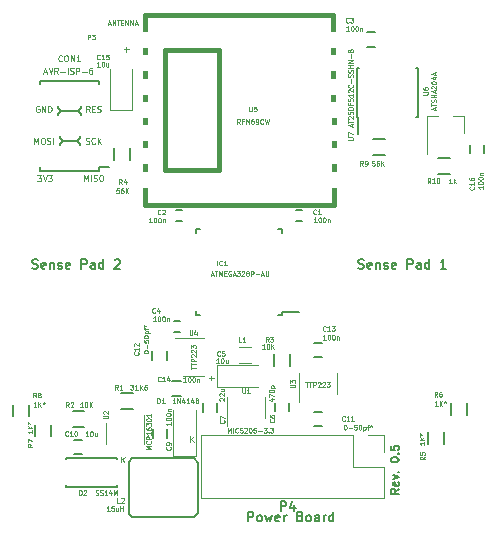
<source format=gto>
G04 #@! TF.GenerationSoftware,KiCad,Pcbnew,no-vcs-found-d4e41c4~58~ubuntu16.04.1*
G04 #@! TF.CreationDate,2017-05-10T09:32:49+03:00*
G04 #@! TF.ProjectId,livolo_2_channels_1way_eu_switch,6C69766F6C6F5F325F6368616E6E656C,rev?*
G04 #@! TF.FileFunction,Legend,Top*
G04 #@! TF.FilePolarity,Positive*
%FSLAX46Y46*%
G04 Gerber Fmt 4.6, Leading zero omitted, Abs format (unit mm)*
G04 Created by KiCad (PCBNEW no-vcs-found-d4e41c4~58~ubuntu16.04.1) date Wed May 10 09:32:49 2017*
%MOMM*%
%LPD*%
G01*
G04 APERTURE LIST*
%ADD10C,0.100000*%
%ADD11C,0.150000*%
%ADD12C,0.120000*%
%ADD13C,0.381000*%
%ADD14R,2.500000X1.270000*%
%ADD15R,1.750000X1.260000*%
%ADD16R,1.200000X0.900000*%
%ADD17R,2.000000X4.000000*%
%ADD18R,1.200000X0.750000*%
%ADD19R,1.700000X1.700000*%
%ADD20O,1.700000X1.700000*%
%ADD21C,1.500000*%
%ADD22R,0.600000X0.500000*%
%ADD23R,0.750000X1.200000*%
%ADD24R,1.800000X1.500000*%
%ADD25R,3.000000X1.500000*%
%ADD26R,0.550000X1.600000*%
%ADD27R,1.600000X0.550000*%
%ADD28C,1.998980*%
%ADD29R,0.900000X1.200000*%
%ADD30R,0.650000X1.060000*%
%ADD31R,1.060000X0.650000*%
%ADD32R,1.998980X1.399540*%
%ADD33R,0.600000X1.550000*%
%ADD34R,0.800000X1.900000*%
%ADD35R,0.500000X0.900000*%
%ADD36R,1.260000X1.750000*%
G04 APERTURE END LIST*
D10*
X139909523Y-101235714D02*
X140290476Y-101235714D01*
X140100000Y-101426190D02*
X140100000Y-101045238D01*
X132709523Y-73435714D02*
X133090476Y-73435714D01*
X132900000Y-73626190D02*
X132900000Y-73245238D01*
D11*
X155966666Y-110641666D02*
X155633333Y-110875000D01*
X155966666Y-111041666D02*
X155266666Y-111041666D01*
X155266666Y-110775000D01*
X155300000Y-110708333D01*
X155333333Y-110675000D01*
X155400000Y-110641666D01*
X155500000Y-110641666D01*
X155566666Y-110675000D01*
X155600000Y-110708333D01*
X155633333Y-110775000D01*
X155633333Y-111041666D01*
X155933333Y-110075000D02*
X155966666Y-110141666D01*
X155966666Y-110275000D01*
X155933333Y-110341666D01*
X155866666Y-110375000D01*
X155600000Y-110375000D01*
X155533333Y-110341666D01*
X155500000Y-110275000D01*
X155500000Y-110141666D01*
X155533333Y-110075000D01*
X155600000Y-110041666D01*
X155666666Y-110041666D01*
X155733333Y-110375000D01*
X155500000Y-109808333D02*
X155966666Y-109641666D01*
X155500000Y-109475000D01*
X155900000Y-109208333D02*
X155933333Y-109175000D01*
X155966666Y-109208333D01*
X155933333Y-109241666D01*
X155900000Y-109208333D01*
X155966666Y-109208333D01*
X155266666Y-108208333D02*
X155266666Y-108141666D01*
X155300000Y-108075000D01*
X155333333Y-108041666D01*
X155400000Y-108008333D01*
X155533333Y-107975000D01*
X155700000Y-107975000D01*
X155833333Y-108008333D01*
X155900000Y-108041666D01*
X155933333Y-108075000D01*
X155966666Y-108141666D01*
X155966666Y-108208333D01*
X155933333Y-108275000D01*
X155900000Y-108308333D01*
X155833333Y-108341666D01*
X155700000Y-108375000D01*
X155533333Y-108375000D01*
X155400000Y-108341666D01*
X155333333Y-108308333D01*
X155300000Y-108275000D01*
X155266666Y-108208333D01*
X155900000Y-107675000D02*
X155933333Y-107641666D01*
X155966666Y-107675000D01*
X155933333Y-107708333D01*
X155900000Y-107675000D01*
X155966666Y-107675000D01*
X155266666Y-107008333D02*
X155266666Y-107341666D01*
X155600000Y-107375000D01*
X155566666Y-107341666D01*
X155533333Y-107275000D01*
X155533333Y-107108333D01*
X155566666Y-107041666D01*
X155600000Y-107008333D01*
X155666666Y-106975000D01*
X155833333Y-106975000D01*
X155900000Y-107008333D01*
X155933333Y-107041666D01*
X155966666Y-107108333D01*
X155966666Y-107275000D01*
X155933333Y-107341666D01*
X155900000Y-107375000D01*
D10*
X129790476Y-78726190D02*
X129623809Y-78488095D01*
X129504761Y-78726190D02*
X129504761Y-78226190D01*
X129695238Y-78226190D01*
X129742857Y-78250000D01*
X129766666Y-78273809D01*
X129790476Y-78321428D01*
X129790476Y-78392857D01*
X129766666Y-78440476D01*
X129742857Y-78464285D01*
X129695238Y-78488095D01*
X129504761Y-78488095D01*
X130004761Y-78464285D02*
X130171428Y-78464285D01*
X130242857Y-78726190D02*
X130004761Y-78726190D01*
X130004761Y-78226190D01*
X130242857Y-78226190D01*
X130433333Y-78702380D02*
X130504761Y-78726190D01*
X130623809Y-78726190D01*
X130671428Y-78702380D01*
X130695238Y-78678571D01*
X130719047Y-78630952D01*
X130719047Y-78583333D01*
X130695238Y-78535714D01*
X130671428Y-78511904D01*
X130623809Y-78488095D01*
X130528571Y-78464285D01*
X130480952Y-78440476D01*
X130457142Y-78416666D01*
X130433333Y-78369047D01*
X130433333Y-78321428D01*
X130457142Y-78273809D01*
X130480952Y-78250000D01*
X130528571Y-78226190D01*
X130647619Y-78226190D01*
X130719047Y-78250000D01*
X129457142Y-81402380D02*
X129528571Y-81426190D01*
X129647619Y-81426190D01*
X129695238Y-81402380D01*
X129719047Y-81378571D01*
X129742857Y-81330952D01*
X129742857Y-81283333D01*
X129719047Y-81235714D01*
X129695238Y-81211904D01*
X129647619Y-81188095D01*
X129552380Y-81164285D01*
X129504761Y-81140476D01*
X129480952Y-81116666D01*
X129457142Y-81069047D01*
X129457142Y-81021428D01*
X129480952Y-80973809D01*
X129504761Y-80950000D01*
X129552380Y-80926190D01*
X129671428Y-80926190D01*
X129742857Y-80950000D01*
X130242857Y-81378571D02*
X130219047Y-81402380D01*
X130147619Y-81426190D01*
X130100000Y-81426190D01*
X130028571Y-81402380D01*
X129980952Y-81354761D01*
X129957142Y-81307142D01*
X129933333Y-81211904D01*
X129933333Y-81140476D01*
X129957142Y-81045238D01*
X129980952Y-80997619D01*
X130028571Y-80950000D01*
X130100000Y-80926190D01*
X130147619Y-80926190D01*
X130219047Y-80950000D01*
X130242857Y-80973809D01*
X130457142Y-81426190D02*
X130457142Y-80926190D01*
X130742857Y-81426190D02*
X130528571Y-81140476D01*
X130742857Y-80926190D02*
X130457142Y-81211904D01*
X129339285Y-84576190D02*
X129339285Y-84076190D01*
X129505952Y-84433333D01*
X129672619Y-84076190D01*
X129672619Y-84576190D01*
X129910714Y-84576190D02*
X129910714Y-84076190D01*
X130125000Y-84552380D02*
X130196428Y-84576190D01*
X130315476Y-84576190D01*
X130363095Y-84552380D01*
X130386904Y-84528571D01*
X130410714Y-84480952D01*
X130410714Y-84433333D01*
X130386904Y-84385714D01*
X130363095Y-84361904D01*
X130315476Y-84338095D01*
X130220238Y-84314285D01*
X130172619Y-84290476D01*
X130148809Y-84266666D01*
X130125000Y-84219047D01*
X130125000Y-84171428D01*
X130148809Y-84123809D01*
X130172619Y-84100000D01*
X130220238Y-84076190D01*
X130339285Y-84076190D01*
X130410714Y-84100000D01*
X130720238Y-84076190D02*
X130815476Y-84076190D01*
X130863095Y-84100000D01*
X130910714Y-84147619D01*
X130934523Y-84242857D01*
X130934523Y-84409523D01*
X130910714Y-84504761D01*
X130863095Y-84552380D01*
X130815476Y-84576190D01*
X130720238Y-84576190D01*
X130672619Y-84552380D01*
X130625000Y-84504761D01*
X130601190Y-84409523D01*
X130601190Y-84242857D01*
X130625000Y-84147619D01*
X130672619Y-84100000D01*
X130720238Y-84076190D01*
X125519047Y-78250000D02*
X125471428Y-78226190D01*
X125400000Y-78226190D01*
X125328571Y-78250000D01*
X125280952Y-78297619D01*
X125257142Y-78345238D01*
X125233333Y-78440476D01*
X125233333Y-78511904D01*
X125257142Y-78607142D01*
X125280952Y-78654761D01*
X125328571Y-78702380D01*
X125400000Y-78726190D01*
X125447619Y-78726190D01*
X125519047Y-78702380D01*
X125542857Y-78678571D01*
X125542857Y-78511904D01*
X125447619Y-78511904D01*
X125757142Y-78726190D02*
X125757142Y-78226190D01*
X126042857Y-78726190D01*
X126042857Y-78226190D01*
X126280952Y-78726190D02*
X126280952Y-78226190D01*
X126400000Y-78226190D01*
X126471428Y-78250000D01*
X126519047Y-78297619D01*
X126542857Y-78345238D01*
X126566666Y-78440476D01*
X126566666Y-78511904D01*
X126542857Y-78607142D01*
X126519047Y-78654761D01*
X126471428Y-78702380D01*
X126400000Y-78726190D01*
X126280952Y-78726190D01*
X125114285Y-81426190D02*
X125114285Y-80926190D01*
X125280952Y-81283333D01*
X125447619Y-80926190D01*
X125447619Y-81426190D01*
X125780952Y-80926190D02*
X125876190Y-80926190D01*
X125923809Y-80950000D01*
X125971428Y-80997619D01*
X125995238Y-81092857D01*
X125995238Y-81259523D01*
X125971428Y-81354761D01*
X125923809Y-81402380D01*
X125876190Y-81426190D01*
X125780952Y-81426190D01*
X125733333Y-81402380D01*
X125685714Y-81354761D01*
X125661904Y-81259523D01*
X125661904Y-81092857D01*
X125685714Y-80997619D01*
X125733333Y-80950000D01*
X125780952Y-80926190D01*
X126185714Y-81402380D02*
X126257142Y-81426190D01*
X126376190Y-81426190D01*
X126423809Y-81402380D01*
X126447619Y-81378571D01*
X126471428Y-81330952D01*
X126471428Y-81283333D01*
X126447619Y-81235714D01*
X126423809Y-81211904D01*
X126376190Y-81188095D01*
X126280952Y-81164285D01*
X126233333Y-81140476D01*
X126209523Y-81116666D01*
X126185714Y-81069047D01*
X126185714Y-81021428D01*
X126209523Y-80973809D01*
X126233333Y-80950000D01*
X126280952Y-80926190D01*
X126400000Y-80926190D01*
X126471428Y-80950000D01*
X126685714Y-81426190D02*
X126685714Y-80926190D01*
X125355952Y-84101190D02*
X125665476Y-84101190D01*
X125498809Y-84291666D01*
X125570238Y-84291666D01*
X125617857Y-84315476D01*
X125641666Y-84339285D01*
X125665476Y-84386904D01*
X125665476Y-84505952D01*
X125641666Y-84553571D01*
X125617857Y-84577380D01*
X125570238Y-84601190D01*
X125427380Y-84601190D01*
X125379761Y-84577380D01*
X125355952Y-84553571D01*
X125808333Y-84101190D02*
X125975000Y-84601190D01*
X126141666Y-84101190D01*
X126260714Y-84101190D02*
X126570238Y-84101190D01*
X126403571Y-84291666D01*
X126475000Y-84291666D01*
X126522619Y-84315476D01*
X126546428Y-84339285D01*
X126570238Y-84386904D01*
X126570238Y-84505952D01*
X126546428Y-84553571D01*
X126522619Y-84577380D01*
X126475000Y-84601190D01*
X126332142Y-84601190D01*
X126284523Y-84577380D01*
X126260714Y-84553571D01*
X138319047Y-106701190D02*
X138319047Y-106201190D01*
X138604761Y-106701190D02*
X138390476Y-106415476D01*
X138604761Y-106201190D02*
X138319047Y-106486904D01*
X132469047Y-108426190D02*
X132469047Y-107926190D01*
X132754761Y-108426190D02*
X132540476Y-108140476D01*
X132754761Y-107926190D02*
X132469047Y-108211904D01*
D11*
X128750152Y-78630000D02*
X127448117Y-78630000D01*
X129050000Y-78376000D02*
X128796000Y-78630000D01*
X128796000Y-78630000D02*
X129050000Y-78884000D01*
X129050000Y-78884000D02*
X129050000Y-79011000D01*
X129050000Y-78249000D02*
X129050000Y-78376000D01*
X128950000Y-80916000D02*
X128696000Y-81170000D01*
X127150000Y-78884000D02*
X127404000Y-78630000D01*
X128950000Y-81424000D02*
X128950000Y-81551000D01*
X127150000Y-78376000D02*
X127150000Y-78249000D01*
X128696000Y-81170000D02*
X128950000Y-81424000D01*
X127404000Y-78630000D02*
X127150000Y-78376000D01*
X128950000Y-80789000D02*
X128950000Y-80916000D01*
X127150000Y-79011000D02*
X127150000Y-78884000D01*
X125550000Y-83710000D02*
X125550000Y-83430000D01*
X127250000Y-80916000D02*
X127250000Y-80789000D01*
X127504000Y-81170000D02*
X127250000Y-80916000D01*
X127250000Y-81424000D02*
X127504000Y-81170000D01*
X127250000Y-81551000D02*
X127250000Y-81424000D01*
X125550000Y-83710000D02*
X130550000Y-83710000D01*
X130550000Y-83710000D02*
X130550000Y-83430000D01*
X130550000Y-76090000D02*
X130550000Y-76370000D01*
X125550000Y-76090000D02*
X130550000Y-76090000D01*
X125550000Y-76090000D02*
X125550000Y-76370000D01*
X128750000Y-81200000D02*
X127450000Y-81200000D01*
X130550000Y-83400000D02*
X131450000Y-83400000D01*
D12*
X140600000Y-100192000D02*
X144050000Y-100192000D01*
X140600000Y-101992000D02*
X144050000Y-101992000D01*
X140600000Y-100192000D02*
X140600000Y-101992000D01*
D11*
X159266000Y-82637000D02*
X160266000Y-82637000D01*
X160266000Y-83987000D02*
X159266000Y-83987000D01*
X138650000Y-108050000D02*
X139000000Y-108450000D01*
X133400000Y-108050000D02*
X138650000Y-108050000D01*
X133100000Y-108350000D02*
X133400000Y-108050000D01*
X133100000Y-112750000D02*
X133100000Y-108350000D01*
X133400000Y-113050000D02*
X133100000Y-112750000D01*
X138650000Y-113050000D02*
X133400000Y-113050000D01*
X139000000Y-112650000D02*
X138650000Y-113050000D01*
X139000000Y-108450000D02*
X139000000Y-112650000D01*
X153275000Y-72000000D02*
X153975000Y-72000000D01*
X153975000Y-73200000D02*
X153275000Y-73200000D01*
D12*
X152060000Y-106120000D02*
X139240000Y-106120000D01*
X139240000Y-106120000D02*
X139240000Y-111440000D01*
X139240000Y-111440000D02*
X154720000Y-111440000D01*
X154720000Y-111440000D02*
X154720000Y-108780000D01*
X154720000Y-108780000D02*
X152060000Y-108780000D01*
X152060000Y-108780000D02*
X152060000Y-106120000D01*
X153330000Y-106120000D02*
X154720000Y-106120000D01*
X154720000Y-106120000D02*
X154720000Y-107510000D01*
D11*
X137400000Y-96425000D02*
X136900000Y-96425000D01*
X136900000Y-97375000D02*
X137400000Y-97375000D01*
X137100000Y-87975000D02*
X137600000Y-87975000D01*
X137600000Y-87025000D02*
X137100000Y-87025000D01*
X147750000Y-87025000D02*
X147250000Y-87025000D01*
X147250000Y-87975000D02*
X147750000Y-87975000D01*
X129150000Y-107700000D02*
X128450000Y-107700000D01*
X128450000Y-106500000D02*
X129150000Y-106500000D01*
X139400000Y-104100000D02*
X139400000Y-103400000D01*
X140600000Y-103400000D02*
X140600000Y-104100000D01*
X132075000Y-110450000D02*
X132075000Y-110350000D01*
X132075000Y-108150000D02*
X132075000Y-108050000D01*
X127775000Y-108150000D02*
X127775000Y-108050000D01*
X132075000Y-108050000D02*
X127775000Y-108050000D01*
X132075000Y-110450000D02*
X127775000Y-110450000D01*
X127775000Y-110450000D02*
X127775000Y-110350000D01*
X145500000Y-104050000D02*
X145500000Y-103350000D01*
X146700000Y-103350000D02*
X146700000Y-104050000D01*
X135150000Y-106300000D02*
X135150000Y-105600000D01*
X136350000Y-105600000D02*
X136350000Y-106300000D01*
X149450000Y-105350000D02*
X148750000Y-105350000D01*
X148750000Y-104150000D02*
X149450000Y-104150000D01*
X135100000Y-99700000D02*
X135100000Y-99000000D01*
X136300000Y-99000000D02*
X136300000Y-99700000D01*
X148750000Y-98300000D02*
X149450000Y-98300000D01*
X149450000Y-99500000D02*
X148750000Y-99500000D01*
X137500000Y-102750000D02*
X136800000Y-102750000D01*
X136800000Y-101550000D02*
X137500000Y-101550000D01*
D12*
X136825000Y-107875000D02*
X136825000Y-103975000D01*
X138825000Y-107875000D02*
X138825000Y-103975000D01*
X136825000Y-107875000D02*
X138825000Y-107875000D01*
D11*
X146075000Y-95700000D02*
X147500000Y-95700000D01*
X138825000Y-95925000D02*
X139150000Y-95925000D01*
X138825000Y-88675000D02*
X139150000Y-88675000D01*
X146075000Y-88675000D02*
X145750000Y-88675000D01*
X146075000Y-95925000D02*
X145750000Y-95925000D01*
X146075000Y-88675000D02*
X146075000Y-89000000D01*
X138825000Y-88675000D02*
X138825000Y-89000000D01*
X138825000Y-95925000D02*
X138825000Y-95600000D01*
X146075000Y-95925000D02*
X146075000Y-95700000D01*
X133450000Y-103875000D02*
X132450000Y-103875000D01*
X132450000Y-102525000D02*
X133450000Y-102525000D01*
X128350000Y-104025000D02*
X129350000Y-104025000D01*
X129350000Y-105375000D02*
X128350000Y-105375000D01*
X146775000Y-99200000D02*
X146775000Y-100200000D01*
X145425000Y-100200000D02*
X145425000Y-99200000D01*
X131825000Y-82800000D02*
X131825000Y-81800000D01*
X133175000Y-81800000D02*
X133175000Y-82800000D01*
X158475000Y-106850000D02*
X158475000Y-105850000D01*
X159825000Y-105850000D02*
X159825000Y-106850000D01*
X161725000Y-103400000D02*
X161725000Y-104400000D01*
X160375000Y-104400000D02*
X160375000Y-103400000D01*
X125175000Y-106200000D02*
X125175000Y-105200000D01*
X126525000Y-105200000D02*
X126525000Y-106200000D01*
X124625000Y-103500000D02*
X124625000Y-104500000D01*
X123275000Y-104500000D02*
X123275000Y-103500000D01*
D12*
X141440000Y-102850000D02*
X141440000Y-105300000D01*
X144660000Y-104650000D02*
X144660000Y-102850000D01*
X134410000Y-106850000D02*
X134410000Y-104400000D01*
X131190000Y-105050000D02*
X131190000Y-106850000D01*
X147490000Y-100850000D02*
X147490000Y-103300000D01*
X150710000Y-102650000D02*
X150710000Y-100850000D01*
X137700000Y-101060000D02*
X139500000Y-101060000D01*
X139500000Y-97840000D02*
X137050000Y-97840000D01*
D13*
X136150800Y-83650320D02*
X136150800Y-73449680D01*
X136150800Y-73449680D02*
X140750740Y-73449680D01*
X140750740Y-73449680D02*
X140750740Y-83650320D01*
X140750740Y-83650320D02*
X136150800Y-83650320D01*
X134499800Y-70500740D02*
X150400200Y-70500740D01*
X150400200Y-70500740D02*
X150451000Y-86599260D01*
X150451000Y-86599260D02*
X134499800Y-86599260D01*
X134499800Y-86599260D02*
X134499800Y-70500740D01*
D11*
X162000000Y-82200000D02*
X162000000Y-81500000D01*
X163200000Y-81500000D02*
X163200000Y-82200000D01*
X154800000Y-82375000D02*
X153800000Y-82375000D01*
X153800000Y-81025000D02*
X154800000Y-81025000D01*
X152500000Y-79175000D02*
X152500000Y-80575000D01*
X157600000Y-79175000D02*
X157600000Y-75025000D01*
X152450000Y-79175000D02*
X152450000Y-75025000D01*
X157600000Y-79175000D02*
X157455000Y-79175000D01*
X157600000Y-75025000D02*
X157455000Y-75025000D01*
X152450000Y-75025000D02*
X152595000Y-75025000D01*
X152450000Y-79175000D02*
X152500000Y-79175000D01*
D12*
X161480000Y-79090000D02*
X161480000Y-80550000D01*
X158320000Y-79090000D02*
X158320000Y-82250000D01*
X158320000Y-79090000D02*
X159250000Y-79090000D01*
X161480000Y-79090000D02*
X160550000Y-79090000D01*
X143450000Y-99980000D02*
X142450000Y-99980000D01*
X142450000Y-98620000D02*
X143450000Y-98620000D01*
X131550000Y-78550000D02*
X133350000Y-78550000D01*
X133350000Y-78550000D02*
X133350000Y-75100000D01*
X131550000Y-78550000D02*
X131550000Y-75100000D01*
D10*
X127442857Y-74378571D02*
X127419047Y-74402380D01*
X127347619Y-74426190D01*
X127300000Y-74426190D01*
X127228571Y-74402380D01*
X127180952Y-74354761D01*
X127157142Y-74307142D01*
X127133333Y-74211904D01*
X127133333Y-74140476D01*
X127157142Y-74045238D01*
X127180952Y-73997619D01*
X127228571Y-73950000D01*
X127300000Y-73926190D01*
X127347619Y-73926190D01*
X127419047Y-73950000D01*
X127442857Y-73973809D01*
X127752380Y-73926190D02*
X127847619Y-73926190D01*
X127895238Y-73950000D01*
X127942857Y-73997619D01*
X127966666Y-74092857D01*
X127966666Y-74259523D01*
X127942857Y-74354761D01*
X127895238Y-74402380D01*
X127847619Y-74426190D01*
X127752380Y-74426190D01*
X127704761Y-74402380D01*
X127657142Y-74354761D01*
X127633333Y-74259523D01*
X127633333Y-74092857D01*
X127657142Y-73997619D01*
X127704761Y-73950000D01*
X127752380Y-73926190D01*
X128180952Y-74426190D02*
X128180952Y-73926190D01*
X128466666Y-74426190D01*
X128466666Y-73926190D01*
X128966666Y-74426190D02*
X128680952Y-74426190D01*
X128823809Y-74426190D02*
X128823809Y-73926190D01*
X128776190Y-73997619D01*
X128728571Y-74045238D01*
X128680952Y-74069047D01*
X125927380Y-75358333D02*
X126165476Y-75358333D01*
X125879761Y-75501190D02*
X126046428Y-75001190D01*
X126213095Y-75501190D01*
X126308333Y-75001190D02*
X126475000Y-75501190D01*
X126641666Y-75001190D01*
X127094047Y-75501190D02*
X126927380Y-75263095D01*
X126808333Y-75501190D02*
X126808333Y-75001190D01*
X126998809Y-75001190D01*
X127046428Y-75025000D01*
X127070238Y-75048809D01*
X127094047Y-75096428D01*
X127094047Y-75167857D01*
X127070238Y-75215476D01*
X127046428Y-75239285D01*
X126998809Y-75263095D01*
X126808333Y-75263095D01*
X127308333Y-75310714D02*
X127689285Y-75310714D01*
X127927380Y-75501190D02*
X127927380Y-75001190D01*
X128141666Y-75477380D02*
X128213095Y-75501190D01*
X128332142Y-75501190D01*
X128379761Y-75477380D01*
X128403571Y-75453571D01*
X128427380Y-75405952D01*
X128427380Y-75358333D01*
X128403571Y-75310714D01*
X128379761Y-75286904D01*
X128332142Y-75263095D01*
X128236904Y-75239285D01*
X128189285Y-75215476D01*
X128165476Y-75191666D01*
X128141666Y-75144047D01*
X128141666Y-75096428D01*
X128165476Y-75048809D01*
X128189285Y-75025000D01*
X128236904Y-75001190D01*
X128355952Y-75001190D01*
X128427380Y-75025000D01*
X128641666Y-75501190D02*
X128641666Y-75001190D01*
X128832142Y-75001190D01*
X128879761Y-75025000D01*
X128903571Y-75048809D01*
X128927380Y-75096428D01*
X128927380Y-75167857D01*
X128903571Y-75215476D01*
X128879761Y-75239285D01*
X128832142Y-75263095D01*
X128641666Y-75263095D01*
X129141666Y-75310714D02*
X129522619Y-75310714D01*
X129975000Y-75001190D02*
X129879761Y-75001190D01*
X129832142Y-75025000D01*
X129808333Y-75048809D01*
X129760714Y-75120238D01*
X129736904Y-75215476D01*
X129736904Y-75405952D01*
X129760714Y-75453571D01*
X129784523Y-75477380D01*
X129832142Y-75501190D01*
X129927380Y-75501190D01*
X129975000Y-75477380D01*
X129998809Y-75453571D01*
X130022619Y-75405952D01*
X130022619Y-75286904D01*
X129998809Y-75239285D01*
X129975000Y-75215476D01*
X129927380Y-75191666D01*
X129832142Y-75191666D01*
X129784523Y-75215476D01*
X129760714Y-75239285D01*
X129736904Y-75286904D01*
X140833333Y-99342857D02*
X140814285Y-99361904D01*
X140757142Y-99380952D01*
X140719047Y-99380952D01*
X140661904Y-99361904D01*
X140623809Y-99323809D01*
X140604761Y-99285714D01*
X140585714Y-99209523D01*
X140585714Y-99152380D01*
X140604761Y-99076190D01*
X140623809Y-99038095D01*
X140661904Y-99000000D01*
X140719047Y-98980952D01*
X140757142Y-98980952D01*
X140814285Y-99000000D01*
X140833333Y-99019047D01*
X141195238Y-98980952D02*
X141004761Y-98980952D01*
X140985714Y-99171428D01*
X141004761Y-99152380D01*
X141042857Y-99133333D01*
X141138095Y-99133333D01*
X141176190Y-99152380D01*
X141195238Y-99171428D01*
X141214285Y-99209523D01*
X141214285Y-99304761D01*
X141195238Y-99342857D01*
X141176190Y-99361904D01*
X141138095Y-99380952D01*
X141042857Y-99380952D01*
X141004761Y-99361904D01*
X140985714Y-99342857D01*
X140742857Y-99980952D02*
X140514285Y-99980952D01*
X140628571Y-99980952D02*
X140628571Y-99580952D01*
X140590476Y-99638095D01*
X140552380Y-99676190D01*
X140514285Y-99695238D01*
X140990476Y-99580952D02*
X141028571Y-99580952D01*
X141066666Y-99600000D01*
X141085714Y-99619047D01*
X141104761Y-99657142D01*
X141123809Y-99733333D01*
X141123809Y-99828571D01*
X141104761Y-99904761D01*
X141085714Y-99942857D01*
X141066666Y-99961904D01*
X141028571Y-99980952D01*
X140990476Y-99980952D01*
X140952380Y-99961904D01*
X140933333Y-99942857D01*
X140914285Y-99904761D01*
X140895238Y-99828571D01*
X140895238Y-99733333D01*
X140914285Y-99657142D01*
X140933333Y-99619047D01*
X140952380Y-99600000D01*
X140990476Y-99580952D01*
X141466666Y-99714285D02*
X141466666Y-99980952D01*
X141295238Y-99714285D02*
X141295238Y-99923809D01*
X141314285Y-99961904D01*
X141352380Y-99980952D01*
X141409523Y-99980952D01*
X141447619Y-99961904D01*
X141466666Y-99942857D01*
D11*
X152535714Y-91973809D02*
X152650000Y-92011904D01*
X152840476Y-92011904D01*
X152916666Y-91973809D01*
X152954761Y-91935714D01*
X152992857Y-91859523D01*
X152992857Y-91783333D01*
X152954761Y-91707142D01*
X152916666Y-91669047D01*
X152840476Y-91630952D01*
X152688095Y-91592857D01*
X152611904Y-91554761D01*
X152573809Y-91516666D01*
X152535714Y-91440476D01*
X152535714Y-91364285D01*
X152573809Y-91288095D01*
X152611904Y-91250000D01*
X152688095Y-91211904D01*
X152878571Y-91211904D01*
X152992857Y-91250000D01*
X153640476Y-91973809D02*
X153564285Y-92011904D01*
X153411904Y-92011904D01*
X153335714Y-91973809D01*
X153297619Y-91897619D01*
X153297619Y-91592857D01*
X153335714Y-91516666D01*
X153411904Y-91478571D01*
X153564285Y-91478571D01*
X153640476Y-91516666D01*
X153678571Y-91592857D01*
X153678571Y-91669047D01*
X153297619Y-91745238D01*
X154021428Y-91478571D02*
X154021428Y-92011904D01*
X154021428Y-91554761D02*
X154059523Y-91516666D01*
X154135714Y-91478571D01*
X154250000Y-91478571D01*
X154326190Y-91516666D01*
X154364285Y-91592857D01*
X154364285Y-92011904D01*
X154707142Y-91973809D02*
X154783333Y-92011904D01*
X154935714Y-92011904D01*
X155011904Y-91973809D01*
X155050000Y-91897619D01*
X155050000Y-91859523D01*
X155011904Y-91783333D01*
X154935714Y-91745238D01*
X154821428Y-91745238D01*
X154745238Y-91707142D01*
X154707142Y-91630952D01*
X154707142Y-91592857D01*
X154745238Y-91516666D01*
X154821428Y-91478571D01*
X154935714Y-91478571D01*
X155011904Y-91516666D01*
X155697619Y-91973809D02*
X155621428Y-92011904D01*
X155469047Y-92011904D01*
X155392857Y-91973809D01*
X155354761Y-91897619D01*
X155354761Y-91592857D01*
X155392857Y-91516666D01*
X155469047Y-91478571D01*
X155621428Y-91478571D01*
X155697619Y-91516666D01*
X155735714Y-91592857D01*
X155735714Y-91669047D01*
X155354761Y-91745238D01*
X156688095Y-92011904D02*
X156688095Y-91211904D01*
X156992857Y-91211904D01*
X157069047Y-91250000D01*
X157107142Y-91288095D01*
X157145238Y-91364285D01*
X157145238Y-91478571D01*
X157107142Y-91554761D01*
X157069047Y-91592857D01*
X156992857Y-91630952D01*
X156688095Y-91630952D01*
X157830952Y-92011904D02*
X157830952Y-91592857D01*
X157792857Y-91516666D01*
X157716666Y-91478571D01*
X157564285Y-91478571D01*
X157488095Y-91516666D01*
X157830952Y-91973809D02*
X157754761Y-92011904D01*
X157564285Y-92011904D01*
X157488095Y-91973809D01*
X157450000Y-91897619D01*
X157450000Y-91821428D01*
X157488095Y-91745238D01*
X157564285Y-91707142D01*
X157754761Y-91707142D01*
X157830952Y-91669047D01*
X158554761Y-92011904D02*
X158554761Y-91211904D01*
X158554761Y-91973809D02*
X158478571Y-92011904D01*
X158326190Y-92011904D01*
X158250000Y-91973809D01*
X158211904Y-91935714D01*
X158173809Y-91859523D01*
X158173809Y-91630952D01*
X158211904Y-91554761D01*
X158250000Y-91516666D01*
X158326190Y-91478571D01*
X158478571Y-91478571D01*
X158554761Y-91516666D01*
X159964285Y-92011904D02*
X159507142Y-92011904D01*
X159735714Y-92011904D02*
X159735714Y-91211904D01*
X159659523Y-91326190D01*
X159583333Y-91402380D01*
X159507142Y-91440476D01*
X124935714Y-91973809D02*
X125050000Y-92011904D01*
X125240476Y-92011904D01*
X125316666Y-91973809D01*
X125354761Y-91935714D01*
X125392857Y-91859523D01*
X125392857Y-91783333D01*
X125354761Y-91707142D01*
X125316666Y-91669047D01*
X125240476Y-91630952D01*
X125088095Y-91592857D01*
X125011904Y-91554761D01*
X124973809Y-91516666D01*
X124935714Y-91440476D01*
X124935714Y-91364285D01*
X124973809Y-91288095D01*
X125011904Y-91250000D01*
X125088095Y-91211904D01*
X125278571Y-91211904D01*
X125392857Y-91250000D01*
X126040476Y-91973809D02*
X125964285Y-92011904D01*
X125811904Y-92011904D01*
X125735714Y-91973809D01*
X125697619Y-91897619D01*
X125697619Y-91592857D01*
X125735714Y-91516666D01*
X125811904Y-91478571D01*
X125964285Y-91478571D01*
X126040476Y-91516666D01*
X126078571Y-91592857D01*
X126078571Y-91669047D01*
X125697619Y-91745238D01*
X126421428Y-91478571D02*
X126421428Y-92011904D01*
X126421428Y-91554761D02*
X126459523Y-91516666D01*
X126535714Y-91478571D01*
X126650000Y-91478571D01*
X126726190Y-91516666D01*
X126764285Y-91592857D01*
X126764285Y-92011904D01*
X127107142Y-91973809D02*
X127183333Y-92011904D01*
X127335714Y-92011904D01*
X127411904Y-91973809D01*
X127450000Y-91897619D01*
X127450000Y-91859523D01*
X127411904Y-91783333D01*
X127335714Y-91745238D01*
X127221428Y-91745238D01*
X127145238Y-91707142D01*
X127107142Y-91630952D01*
X127107142Y-91592857D01*
X127145238Y-91516666D01*
X127221428Y-91478571D01*
X127335714Y-91478571D01*
X127411904Y-91516666D01*
X128097619Y-91973809D02*
X128021428Y-92011904D01*
X127869047Y-92011904D01*
X127792857Y-91973809D01*
X127754761Y-91897619D01*
X127754761Y-91592857D01*
X127792857Y-91516666D01*
X127869047Y-91478571D01*
X128021428Y-91478571D01*
X128097619Y-91516666D01*
X128135714Y-91592857D01*
X128135714Y-91669047D01*
X127754761Y-91745238D01*
X129088095Y-92011904D02*
X129088095Y-91211904D01*
X129392857Y-91211904D01*
X129469047Y-91250000D01*
X129507142Y-91288095D01*
X129545238Y-91364285D01*
X129545238Y-91478571D01*
X129507142Y-91554761D01*
X129469047Y-91592857D01*
X129392857Y-91630952D01*
X129088095Y-91630952D01*
X130230952Y-92011904D02*
X130230952Y-91592857D01*
X130192857Y-91516666D01*
X130116666Y-91478571D01*
X129964285Y-91478571D01*
X129888095Y-91516666D01*
X130230952Y-91973809D02*
X130154761Y-92011904D01*
X129964285Y-92011904D01*
X129888095Y-91973809D01*
X129850000Y-91897619D01*
X129850000Y-91821428D01*
X129888095Y-91745238D01*
X129964285Y-91707142D01*
X130154761Y-91707142D01*
X130230952Y-91669047D01*
X130954761Y-92011904D02*
X130954761Y-91211904D01*
X130954761Y-91973809D02*
X130878571Y-92011904D01*
X130726190Y-92011904D01*
X130650000Y-91973809D01*
X130611904Y-91935714D01*
X130573809Y-91859523D01*
X130573809Y-91630952D01*
X130611904Y-91554761D01*
X130650000Y-91516666D01*
X130726190Y-91478571D01*
X130878571Y-91478571D01*
X130954761Y-91516666D01*
X131907142Y-91288095D02*
X131945238Y-91250000D01*
X132021428Y-91211904D01*
X132211904Y-91211904D01*
X132288095Y-91250000D01*
X132326190Y-91288095D01*
X132364285Y-91364285D01*
X132364285Y-91440476D01*
X132326190Y-91554761D01*
X131869047Y-92011904D01*
X132364285Y-92011904D01*
D10*
X158642857Y-84730952D02*
X158509523Y-84540476D01*
X158414285Y-84730952D02*
X158414285Y-84330952D01*
X158566666Y-84330952D01*
X158604761Y-84350000D01*
X158623809Y-84369047D01*
X158642857Y-84407142D01*
X158642857Y-84464285D01*
X158623809Y-84502380D01*
X158604761Y-84521428D01*
X158566666Y-84540476D01*
X158414285Y-84540476D01*
X159023809Y-84730952D02*
X158795238Y-84730952D01*
X158909523Y-84730952D02*
X158909523Y-84330952D01*
X158871428Y-84388095D01*
X158833333Y-84426190D01*
X158795238Y-84445238D01*
X159271428Y-84330952D02*
X159309523Y-84330952D01*
X159347619Y-84350000D01*
X159366666Y-84369047D01*
X159385714Y-84407142D01*
X159404761Y-84483333D01*
X159404761Y-84578571D01*
X159385714Y-84654761D01*
X159366666Y-84692857D01*
X159347619Y-84711904D01*
X159309523Y-84730952D01*
X159271428Y-84730952D01*
X159233333Y-84711904D01*
X159214285Y-84692857D01*
X159195238Y-84654761D01*
X159176190Y-84578571D01*
X159176190Y-84483333D01*
X159195238Y-84407142D01*
X159214285Y-84369047D01*
X159233333Y-84350000D01*
X159271428Y-84330952D01*
X160442285Y-84762952D02*
X160213714Y-84762952D01*
X160328000Y-84762952D02*
X160328000Y-84362952D01*
X160289904Y-84420095D01*
X160251809Y-84458190D01*
X160213714Y-84477238D01*
X160613714Y-84762952D02*
X160613714Y-84362952D01*
X160842285Y-84762952D02*
X160670857Y-84534380D01*
X160842285Y-84362952D02*
X160613714Y-84591523D01*
X132333333Y-111805952D02*
X132142857Y-111805952D01*
X132142857Y-111405952D01*
X132447619Y-111444047D02*
X132466666Y-111425000D01*
X132504761Y-111405952D01*
X132600000Y-111405952D01*
X132638095Y-111425000D01*
X132657142Y-111444047D01*
X132676190Y-111482142D01*
X132676190Y-111520238D01*
X132657142Y-111577380D01*
X132428571Y-111805952D01*
X132676190Y-111805952D01*
X131483333Y-112505952D02*
X131254761Y-112505952D01*
X131369047Y-112505952D02*
X131369047Y-112105952D01*
X131330952Y-112163095D01*
X131292857Y-112201190D01*
X131254761Y-112220238D01*
X131845238Y-112105952D02*
X131654761Y-112105952D01*
X131635714Y-112296428D01*
X131654761Y-112277380D01*
X131692857Y-112258333D01*
X131788095Y-112258333D01*
X131826190Y-112277380D01*
X131845238Y-112296428D01*
X131864285Y-112334523D01*
X131864285Y-112429761D01*
X131845238Y-112467857D01*
X131826190Y-112486904D01*
X131788095Y-112505952D01*
X131692857Y-112505952D01*
X131654761Y-112486904D01*
X131635714Y-112467857D01*
X132207142Y-112239285D02*
X132207142Y-112505952D01*
X132035714Y-112239285D02*
X132035714Y-112448809D01*
X132054761Y-112486904D01*
X132092857Y-112505952D01*
X132150000Y-112505952D01*
X132188095Y-112486904D01*
X132207142Y-112467857D01*
X132397619Y-112505952D02*
X132397619Y-112105952D01*
X132397619Y-112296428D02*
X132626190Y-112296428D01*
X132626190Y-112505952D02*
X132626190Y-112105952D01*
X151733333Y-71117857D02*
X151714285Y-71136904D01*
X151657142Y-71155952D01*
X151619047Y-71155952D01*
X151561904Y-71136904D01*
X151523809Y-71098809D01*
X151504761Y-71060714D01*
X151485714Y-70984523D01*
X151485714Y-70927380D01*
X151504761Y-70851190D01*
X151523809Y-70813095D01*
X151561904Y-70775000D01*
X151619047Y-70755952D01*
X151657142Y-70755952D01*
X151714285Y-70775000D01*
X151733333Y-70794047D01*
X151866666Y-70755952D02*
X152114285Y-70755952D01*
X151980952Y-70908333D01*
X152038095Y-70908333D01*
X152076190Y-70927380D01*
X152095238Y-70946428D01*
X152114285Y-70984523D01*
X152114285Y-71079761D01*
X152095238Y-71117857D01*
X152076190Y-71136904D01*
X152038095Y-71155952D01*
X151923809Y-71155952D01*
X151885714Y-71136904D01*
X151866666Y-71117857D01*
X151752380Y-71855952D02*
X151523809Y-71855952D01*
X151638095Y-71855952D02*
X151638095Y-71455952D01*
X151600000Y-71513095D01*
X151561904Y-71551190D01*
X151523809Y-71570238D01*
X152000000Y-71455952D02*
X152038095Y-71455952D01*
X152076190Y-71475000D01*
X152095238Y-71494047D01*
X152114285Y-71532142D01*
X152133333Y-71608333D01*
X152133333Y-71703571D01*
X152114285Y-71779761D01*
X152095238Y-71817857D01*
X152076190Y-71836904D01*
X152038095Y-71855952D01*
X152000000Y-71855952D01*
X151961904Y-71836904D01*
X151942857Y-71817857D01*
X151923809Y-71779761D01*
X151904761Y-71703571D01*
X151904761Y-71608333D01*
X151923809Y-71532142D01*
X151942857Y-71494047D01*
X151961904Y-71475000D01*
X152000000Y-71455952D01*
X152380952Y-71455952D02*
X152419047Y-71455952D01*
X152457142Y-71475000D01*
X152476190Y-71494047D01*
X152495238Y-71532142D01*
X152514285Y-71608333D01*
X152514285Y-71703571D01*
X152495238Y-71779761D01*
X152476190Y-71817857D01*
X152457142Y-71836904D01*
X152419047Y-71855952D01*
X152380952Y-71855952D01*
X152342857Y-71836904D01*
X152323809Y-71817857D01*
X152304761Y-71779761D01*
X152285714Y-71703571D01*
X152285714Y-71608333D01*
X152304761Y-71532142D01*
X152323809Y-71494047D01*
X152342857Y-71475000D01*
X152380952Y-71455952D01*
X152685714Y-71589285D02*
X152685714Y-71855952D01*
X152685714Y-71627380D02*
X152704761Y-71608333D01*
X152742857Y-71589285D01*
X152800000Y-71589285D01*
X152838095Y-71608333D01*
X152857142Y-71646428D01*
X152857142Y-71855952D01*
D11*
X145959523Y-112502904D02*
X145959523Y-111702904D01*
X146264285Y-111702904D01*
X146340476Y-111741000D01*
X146378571Y-111779095D01*
X146416666Y-111855285D01*
X146416666Y-111969571D01*
X146378571Y-112045761D01*
X146340476Y-112083857D01*
X146264285Y-112121952D01*
X145959523Y-112121952D01*
X147102380Y-111969571D02*
X147102380Y-112502904D01*
X146911904Y-111664809D02*
X146721428Y-112236238D01*
X147216666Y-112236238D01*
X143192952Y-113391904D02*
X143192952Y-112591904D01*
X143497714Y-112591904D01*
X143573904Y-112630000D01*
X143612000Y-112668095D01*
X143650095Y-112744285D01*
X143650095Y-112858571D01*
X143612000Y-112934761D01*
X143573904Y-112972857D01*
X143497714Y-113010952D01*
X143192952Y-113010952D01*
X144107238Y-113391904D02*
X144031047Y-113353809D01*
X143992952Y-113315714D01*
X143954857Y-113239523D01*
X143954857Y-113010952D01*
X143992952Y-112934761D01*
X144031047Y-112896666D01*
X144107238Y-112858571D01*
X144221523Y-112858571D01*
X144297714Y-112896666D01*
X144335809Y-112934761D01*
X144373904Y-113010952D01*
X144373904Y-113239523D01*
X144335809Y-113315714D01*
X144297714Y-113353809D01*
X144221523Y-113391904D01*
X144107238Y-113391904D01*
X144640571Y-112858571D02*
X144792952Y-113391904D01*
X144945333Y-113010952D01*
X145097714Y-113391904D01*
X145250095Y-112858571D01*
X145859619Y-113353809D02*
X145783428Y-113391904D01*
X145631047Y-113391904D01*
X145554857Y-113353809D01*
X145516761Y-113277619D01*
X145516761Y-112972857D01*
X145554857Y-112896666D01*
X145631047Y-112858571D01*
X145783428Y-112858571D01*
X145859619Y-112896666D01*
X145897714Y-112972857D01*
X145897714Y-113049047D01*
X145516761Y-113125238D01*
X146240571Y-113391904D02*
X146240571Y-112858571D01*
X146240571Y-113010952D02*
X146278666Y-112934761D01*
X146316761Y-112896666D01*
X146392952Y-112858571D01*
X146469142Y-112858571D01*
X147612000Y-112972857D02*
X147726285Y-113010952D01*
X147764380Y-113049047D01*
X147802476Y-113125238D01*
X147802476Y-113239523D01*
X147764380Y-113315714D01*
X147726285Y-113353809D01*
X147650095Y-113391904D01*
X147345333Y-113391904D01*
X147345333Y-112591904D01*
X147612000Y-112591904D01*
X147688190Y-112630000D01*
X147726285Y-112668095D01*
X147764380Y-112744285D01*
X147764380Y-112820476D01*
X147726285Y-112896666D01*
X147688190Y-112934761D01*
X147612000Y-112972857D01*
X147345333Y-112972857D01*
X148259619Y-113391904D02*
X148183428Y-113353809D01*
X148145333Y-113315714D01*
X148107238Y-113239523D01*
X148107238Y-113010952D01*
X148145333Y-112934761D01*
X148183428Y-112896666D01*
X148259619Y-112858571D01*
X148373904Y-112858571D01*
X148450095Y-112896666D01*
X148488190Y-112934761D01*
X148526285Y-113010952D01*
X148526285Y-113239523D01*
X148488190Y-113315714D01*
X148450095Y-113353809D01*
X148373904Y-113391904D01*
X148259619Y-113391904D01*
X149212000Y-113391904D02*
X149212000Y-112972857D01*
X149173904Y-112896666D01*
X149097714Y-112858571D01*
X148945333Y-112858571D01*
X148869142Y-112896666D01*
X149212000Y-113353809D02*
X149135809Y-113391904D01*
X148945333Y-113391904D01*
X148869142Y-113353809D01*
X148831047Y-113277619D01*
X148831047Y-113201428D01*
X148869142Y-113125238D01*
X148945333Y-113087142D01*
X149135809Y-113087142D01*
X149212000Y-113049047D01*
X149592952Y-113391904D02*
X149592952Y-112858571D01*
X149592952Y-113010952D02*
X149631047Y-112934761D01*
X149669142Y-112896666D01*
X149745333Y-112858571D01*
X149821523Y-112858571D01*
X150431047Y-113391904D02*
X150431047Y-112591904D01*
X150431047Y-113353809D02*
X150354857Y-113391904D01*
X150202476Y-113391904D01*
X150126285Y-113353809D01*
X150088190Y-113315714D01*
X150050095Y-113239523D01*
X150050095Y-113010952D01*
X150088190Y-112934761D01*
X150126285Y-112896666D01*
X150202476Y-112858571D01*
X150354857Y-112858571D01*
X150431047Y-112896666D01*
D10*
X135333333Y-95692857D02*
X135314285Y-95711904D01*
X135257142Y-95730952D01*
X135219047Y-95730952D01*
X135161904Y-95711904D01*
X135123809Y-95673809D01*
X135104761Y-95635714D01*
X135085714Y-95559523D01*
X135085714Y-95502380D01*
X135104761Y-95426190D01*
X135123809Y-95388095D01*
X135161904Y-95350000D01*
X135219047Y-95330952D01*
X135257142Y-95330952D01*
X135314285Y-95350000D01*
X135333333Y-95369047D01*
X135676190Y-95464285D02*
X135676190Y-95730952D01*
X135580952Y-95311904D02*
X135485714Y-95597619D01*
X135733333Y-95597619D01*
X135402380Y-96430952D02*
X135173809Y-96430952D01*
X135288095Y-96430952D02*
X135288095Y-96030952D01*
X135250000Y-96088095D01*
X135211904Y-96126190D01*
X135173809Y-96145238D01*
X135650000Y-96030952D02*
X135688095Y-96030952D01*
X135726190Y-96050000D01*
X135745238Y-96069047D01*
X135764285Y-96107142D01*
X135783333Y-96183333D01*
X135783333Y-96278571D01*
X135764285Y-96354761D01*
X135745238Y-96392857D01*
X135726190Y-96411904D01*
X135688095Y-96430952D01*
X135650000Y-96430952D01*
X135611904Y-96411904D01*
X135592857Y-96392857D01*
X135573809Y-96354761D01*
X135554761Y-96278571D01*
X135554761Y-96183333D01*
X135573809Y-96107142D01*
X135592857Y-96069047D01*
X135611904Y-96050000D01*
X135650000Y-96030952D01*
X136030952Y-96030952D02*
X136069047Y-96030952D01*
X136107142Y-96050000D01*
X136126190Y-96069047D01*
X136145238Y-96107142D01*
X136164285Y-96183333D01*
X136164285Y-96278571D01*
X136145238Y-96354761D01*
X136126190Y-96392857D01*
X136107142Y-96411904D01*
X136069047Y-96430952D01*
X136030952Y-96430952D01*
X135992857Y-96411904D01*
X135973809Y-96392857D01*
X135954761Y-96354761D01*
X135935714Y-96278571D01*
X135935714Y-96183333D01*
X135954761Y-96107142D01*
X135973809Y-96069047D01*
X135992857Y-96050000D01*
X136030952Y-96030952D01*
X136335714Y-96164285D02*
X136335714Y-96430952D01*
X136335714Y-96202380D02*
X136354761Y-96183333D01*
X136392857Y-96164285D01*
X136450000Y-96164285D01*
X136488095Y-96183333D01*
X136507142Y-96221428D01*
X136507142Y-96430952D01*
X135783333Y-87367857D02*
X135764285Y-87386904D01*
X135707142Y-87405952D01*
X135669047Y-87405952D01*
X135611904Y-87386904D01*
X135573809Y-87348809D01*
X135554761Y-87310714D01*
X135535714Y-87234523D01*
X135535714Y-87177380D01*
X135554761Y-87101190D01*
X135573809Y-87063095D01*
X135611904Y-87025000D01*
X135669047Y-87005952D01*
X135707142Y-87005952D01*
X135764285Y-87025000D01*
X135783333Y-87044047D01*
X135935714Y-87044047D02*
X135954761Y-87025000D01*
X135992857Y-87005952D01*
X136088095Y-87005952D01*
X136126190Y-87025000D01*
X136145238Y-87044047D01*
X136164285Y-87082142D01*
X136164285Y-87120238D01*
X136145238Y-87177380D01*
X135916666Y-87405952D01*
X136164285Y-87405952D01*
X135052380Y-88080952D02*
X134823809Y-88080952D01*
X134938095Y-88080952D02*
X134938095Y-87680952D01*
X134900000Y-87738095D01*
X134861904Y-87776190D01*
X134823809Y-87795238D01*
X135300000Y-87680952D02*
X135338095Y-87680952D01*
X135376190Y-87700000D01*
X135395238Y-87719047D01*
X135414285Y-87757142D01*
X135433333Y-87833333D01*
X135433333Y-87928571D01*
X135414285Y-88004761D01*
X135395238Y-88042857D01*
X135376190Y-88061904D01*
X135338095Y-88080952D01*
X135300000Y-88080952D01*
X135261904Y-88061904D01*
X135242857Y-88042857D01*
X135223809Y-88004761D01*
X135204761Y-87928571D01*
X135204761Y-87833333D01*
X135223809Y-87757142D01*
X135242857Y-87719047D01*
X135261904Y-87700000D01*
X135300000Y-87680952D01*
X135680952Y-87680952D02*
X135719047Y-87680952D01*
X135757142Y-87700000D01*
X135776190Y-87719047D01*
X135795238Y-87757142D01*
X135814285Y-87833333D01*
X135814285Y-87928571D01*
X135795238Y-88004761D01*
X135776190Y-88042857D01*
X135757142Y-88061904D01*
X135719047Y-88080952D01*
X135680952Y-88080952D01*
X135642857Y-88061904D01*
X135623809Y-88042857D01*
X135604761Y-88004761D01*
X135585714Y-87928571D01*
X135585714Y-87833333D01*
X135604761Y-87757142D01*
X135623809Y-87719047D01*
X135642857Y-87700000D01*
X135680952Y-87680952D01*
X135985714Y-87814285D02*
X135985714Y-88080952D01*
X135985714Y-87852380D02*
X136004761Y-87833333D01*
X136042857Y-87814285D01*
X136100000Y-87814285D01*
X136138095Y-87833333D01*
X136157142Y-87871428D01*
X136157142Y-88080952D01*
X148958333Y-87342857D02*
X148939285Y-87361904D01*
X148882142Y-87380952D01*
X148844047Y-87380952D01*
X148786904Y-87361904D01*
X148748809Y-87323809D01*
X148729761Y-87285714D01*
X148710714Y-87209523D01*
X148710714Y-87152380D01*
X148729761Y-87076190D01*
X148748809Y-87038095D01*
X148786904Y-87000000D01*
X148844047Y-86980952D01*
X148882142Y-86980952D01*
X148939285Y-87000000D01*
X148958333Y-87019047D01*
X149339285Y-87380952D02*
X149110714Y-87380952D01*
X149225000Y-87380952D02*
X149225000Y-86980952D01*
X149186904Y-87038095D01*
X149148809Y-87076190D01*
X149110714Y-87095238D01*
X149002380Y-88055952D02*
X148773809Y-88055952D01*
X148888095Y-88055952D02*
X148888095Y-87655952D01*
X148850000Y-87713095D01*
X148811904Y-87751190D01*
X148773809Y-87770238D01*
X149250000Y-87655952D02*
X149288095Y-87655952D01*
X149326190Y-87675000D01*
X149345238Y-87694047D01*
X149364285Y-87732142D01*
X149383333Y-87808333D01*
X149383333Y-87903571D01*
X149364285Y-87979761D01*
X149345238Y-88017857D01*
X149326190Y-88036904D01*
X149288095Y-88055952D01*
X149250000Y-88055952D01*
X149211904Y-88036904D01*
X149192857Y-88017857D01*
X149173809Y-87979761D01*
X149154761Y-87903571D01*
X149154761Y-87808333D01*
X149173809Y-87732142D01*
X149192857Y-87694047D01*
X149211904Y-87675000D01*
X149250000Y-87655952D01*
X149630952Y-87655952D02*
X149669047Y-87655952D01*
X149707142Y-87675000D01*
X149726190Y-87694047D01*
X149745238Y-87732142D01*
X149764285Y-87808333D01*
X149764285Y-87903571D01*
X149745238Y-87979761D01*
X149726190Y-88017857D01*
X149707142Y-88036904D01*
X149669047Y-88055952D01*
X149630952Y-88055952D01*
X149592857Y-88036904D01*
X149573809Y-88017857D01*
X149554761Y-87979761D01*
X149535714Y-87903571D01*
X149535714Y-87808333D01*
X149554761Y-87732142D01*
X149573809Y-87694047D01*
X149592857Y-87675000D01*
X149630952Y-87655952D01*
X149935714Y-87789285D02*
X149935714Y-88055952D01*
X149935714Y-87827380D02*
X149954761Y-87808333D01*
X149992857Y-87789285D01*
X150050000Y-87789285D01*
X150088095Y-87808333D01*
X150107142Y-87846428D01*
X150107142Y-88055952D01*
X127967857Y-106117857D02*
X127948809Y-106136904D01*
X127891666Y-106155952D01*
X127853571Y-106155952D01*
X127796428Y-106136904D01*
X127758333Y-106098809D01*
X127739285Y-106060714D01*
X127720238Y-105984523D01*
X127720238Y-105927380D01*
X127739285Y-105851190D01*
X127758333Y-105813095D01*
X127796428Y-105775000D01*
X127853571Y-105755952D01*
X127891666Y-105755952D01*
X127948809Y-105775000D01*
X127967857Y-105794047D01*
X128348809Y-106155952D02*
X128120238Y-106155952D01*
X128234523Y-106155952D02*
X128234523Y-105755952D01*
X128196428Y-105813095D01*
X128158333Y-105851190D01*
X128120238Y-105870238D01*
X128596428Y-105755952D02*
X128634523Y-105755952D01*
X128672619Y-105775000D01*
X128691666Y-105794047D01*
X128710714Y-105832142D01*
X128729761Y-105908333D01*
X128729761Y-106003571D01*
X128710714Y-106079761D01*
X128691666Y-106117857D01*
X128672619Y-106136904D01*
X128634523Y-106155952D01*
X128596428Y-106155952D01*
X128558333Y-106136904D01*
X128539285Y-106117857D01*
X128520238Y-106079761D01*
X128501190Y-106003571D01*
X128501190Y-105908333D01*
X128520238Y-105832142D01*
X128539285Y-105794047D01*
X128558333Y-105775000D01*
X128596428Y-105755952D01*
X129667857Y-106180952D02*
X129439285Y-106180952D01*
X129553571Y-106180952D02*
X129553571Y-105780952D01*
X129515476Y-105838095D01*
X129477380Y-105876190D01*
X129439285Y-105895238D01*
X129915476Y-105780952D02*
X129953571Y-105780952D01*
X129991666Y-105800000D01*
X130010714Y-105819047D01*
X130029761Y-105857142D01*
X130048809Y-105933333D01*
X130048809Y-106028571D01*
X130029761Y-106104761D01*
X130010714Y-106142857D01*
X129991666Y-106161904D01*
X129953571Y-106180952D01*
X129915476Y-106180952D01*
X129877380Y-106161904D01*
X129858333Y-106142857D01*
X129839285Y-106104761D01*
X129820238Y-106028571D01*
X129820238Y-105933333D01*
X129839285Y-105857142D01*
X129858333Y-105819047D01*
X129877380Y-105800000D01*
X129915476Y-105780952D01*
X130391666Y-105914285D02*
X130391666Y-106180952D01*
X130220238Y-105914285D02*
X130220238Y-106123809D01*
X130239285Y-106161904D01*
X130277380Y-106180952D01*
X130334523Y-106180952D01*
X130372619Y-106161904D01*
X130391666Y-106142857D01*
X141167857Y-104841666D02*
X141186904Y-104860714D01*
X141205952Y-104917857D01*
X141205952Y-104955952D01*
X141186904Y-105013095D01*
X141148809Y-105051190D01*
X141110714Y-105070238D01*
X141034523Y-105089285D01*
X140977380Y-105089285D01*
X140901190Y-105070238D01*
X140863095Y-105051190D01*
X140825000Y-105013095D01*
X140805952Y-104955952D01*
X140805952Y-104917857D01*
X140825000Y-104860714D01*
X140844047Y-104841666D01*
X140805952Y-104708333D02*
X140805952Y-104441666D01*
X141205952Y-104613095D01*
X140819047Y-103160714D02*
X140800000Y-103141666D01*
X140780952Y-103103571D01*
X140780952Y-103008333D01*
X140800000Y-102970238D01*
X140819047Y-102951190D01*
X140857142Y-102932142D01*
X140895238Y-102932142D01*
X140952380Y-102951190D01*
X141180952Y-103179761D01*
X141180952Y-102932142D01*
X140819047Y-102779761D02*
X140800000Y-102760714D01*
X140780952Y-102722619D01*
X140780952Y-102627380D01*
X140800000Y-102589285D01*
X140819047Y-102570238D01*
X140857142Y-102551190D01*
X140895238Y-102551190D01*
X140952380Y-102570238D01*
X141180952Y-102798809D01*
X141180952Y-102551190D01*
X140914285Y-102208333D02*
X141180952Y-102208333D01*
X140914285Y-102379761D02*
X141123809Y-102379761D01*
X141161904Y-102360714D01*
X141180952Y-102322619D01*
X141180952Y-102265476D01*
X141161904Y-102227380D01*
X141142857Y-102208333D01*
X128904761Y-111155952D02*
X128904761Y-110755952D01*
X129000000Y-110755952D01*
X129057142Y-110775000D01*
X129095238Y-110813095D01*
X129114285Y-110851190D01*
X129133333Y-110927380D01*
X129133333Y-110984523D01*
X129114285Y-111060714D01*
X129095238Y-111098809D01*
X129057142Y-111136904D01*
X129000000Y-111155952D01*
X128904761Y-111155952D01*
X129285714Y-110794047D02*
X129304761Y-110775000D01*
X129342857Y-110755952D01*
X129438095Y-110755952D01*
X129476190Y-110775000D01*
X129495238Y-110794047D01*
X129514285Y-110832142D01*
X129514285Y-110870238D01*
X129495238Y-110927380D01*
X129266666Y-111155952D01*
X129514285Y-111155952D01*
X130285714Y-111136904D02*
X130342857Y-111155952D01*
X130438095Y-111155952D01*
X130476190Y-111136904D01*
X130495238Y-111117857D01*
X130514285Y-111079761D01*
X130514285Y-111041666D01*
X130495238Y-111003571D01*
X130476190Y-110984523D01*
X130438095Y-110965476D01*
X130361904Y-110946428D01*
X130323809Y-110927380D01*
X130304761Y-110908333D01*
X130285714Y-110870238D01*
X130285714Y-110832142D01*
X130304761Y-110794047D01*
X130323809Y-110775000D01*
X130361904Y-110755952D01*
X130457142Y-110755952D01*
X130514285Y-110775000D01*
X130666666Y-111136904D02*
X130723809Y-111155952D01*
X130819047Y-111155952D01*
X130857142Y-111136904D01*
X130876190Y-111117857D01*
X130895238Y-111079761D01*
X130895238Y-111041666D01*
X130876190Y-111003571D01*
X130857142Y-110984523D01*
X130819047Y-110965476D01*
X130742857Y-110946428D01*
X130704761Y-110927380D01*
X130685714Y-110908333D01*
X130666666Y-110870238D01*
X130666666Y-110832142D01*
X130685714Y-110794047D01*
X130704761Y-110775000D01*
X130742857Y-110755952D01*
X130838095Y-110755952D01*
X130895238Y-110775000D01*
X131276190Y-111155952D02*
X131047619Y-111155952D01*
X131161904Y-111155952D02*
X131161904Y-110755952D01*
X131123809Y-110813095D01*
X131085714Y-110851190D01*
X131047619Y-110870238D01*
X131619047Y-110889285D02*
X131619047Y-111155952D01*
X131523809Y-110736904D02*
X131428571Y-111022619D01*
X131676190Y-111022619D01*
X131828571Y-111155952D02*
X131828571Y-110755952D01*
X131961904Y-111041666D01*
X132095238Y-110755952D01*
X132095238Y-111155952D01*
X145392857Y-104766666D02*
X145411904Y-104785714D01*
X145430952Y-104842857D01*
X145430952Y-104880952D01*
X145411904Y-104938095D01*
X145373809Y-104976190D01*
X145335714Y-104995238D01*
X145259523Y-105014285D01*
X145202380Y-105014285D01*
X145126190Y-104995238D01*
X145088095Y-104976190D01*
X145050000Y-104938095D01*
X145030952Y-104880952D01*
X145030952Y-104842857D01*
X145050000Y-104785714D01*
X145069047Y-104766666D01*
X145030952Y-104423809D02*
X145030952Y-104500000D01*
X145050000Y-104538095D01*
X145069047Y-104557142D01*
X145126190Y-104595238D01*
X145202380Y-104614285D01*
X145354761Y-104614285D01*
X145392857Y-104595238D01*
X145411904Y-104576190D01*
X145430952Y-104538095D01*
X145430952Y-104461904D01*
X145411904Y-104423809D01*
X145392857Y-104404761D01*
X145354761Y-104385714D01*
X145259523Y-104385714D01*
X145221428Y-104404761D01*
X145202380Y-104423809D01*
X145183333Y-104461904D01*
X145183333Y-104538095D01*
X145202380Y-104576190D01*
X145221428Y-104595238D01*
X145259523Y-104614285D01*
X145114285Y-103035714D02*
X145380952Y-103035714D01*
X144961904Y-103130952D02*
X145247619Y-103226190D01*
X145247619Y-102978571D01*
X144980952Y-102864285D02*
X144980952Y-102597619D01*
X145380952Y-102769047D01*
X144980952Y-102369047D02*
X144980952Y-102330952D01*
X145000000Y-102292857D01*
X145019047Y-102273809D01*
X145057142Y-102254761D01*
X145133333Y-102235714D01*
X145228571Y-102235714D01*
X145304761Y-102254761D01*
X145342857Y-102273809D01*
X145361904Y-102292857D01*
X145380952Y-102330952D01*
X145380952Y-102369047D01*
X145361904Y-102407142D01*
X145342857Y-102426190D01*
X145304761Y-102445238D01*
X145228571Y-102464285D01*
X145133333Y-102464285D01*
X145057142Y-102445238D01*
X145019047Y-102426190D01*
X145000000Y-102407142D01*
X144980952Y-102369047D01*
X145114285Y-102064285D02*
X145514285Y-102064285D01*
X145133333Y-102064285D02*
X145114285Y-102026190D01*
X145114285Y-101950000D01*
X145133333Y-101911904D01*
X145152380Y-101892857D01*
X145190476Y-101873809D01*
X145304761Y-101873809D01*
X145342857Y-101892857D01*
X145361904Y-101911904D01*
X145380952Y-101950000D01*
X145380952Y-102026190D01*
X145361904Y-102064285D01*
X136617857Y-107091666D02*
X136636904Y-107110714D01*
X136655952Y-107167857D01*
X136655952Y-107205952D01*
X136636904Y-107263095D01*
X136598809Y-107301190D01*
X136560714Y-107320238D01*
X136484523Y-107339285D01*
X136427380Y-107339285D01*
X136351190Y-107320238D01*
X136313095Y-107301190D01*
X136275000Y-107263095D01*
X136255952Y-107205952D01*
X136255952Y-107167857D01*
X136275000Y-107110714D01*
X136294047Y-107091666D01*
X136655952Y-106901190D02*
X136655952Y-106825000D01*
X136636904Y-106786904D01*
X136617857Y-106767857D01*
X136560714Y-106729761D01*
X136484523Y-106710714D01*
X136332142Y-106710714D01*
X136294047Y-106729761D01*
X136275000Y-106748809D01*
X136255952Y-106786904D01*
X136255952Y-106863095D01*
X136275000Y-106901190D01*
X136294047Y-106920238D01*
X136332142Y-106939285D01*
X136427380Y-106939285D01*
X136465476Y-106920238D01*
X136484523Y-106901190D01*
X136503571Y-106863095D01*
X136503571Y-106786904D01*
X136484523Y-106748809D01*
X136465476Y-106729761D01*
X136427380Y-106710714D01*
X136655952Y-104997619D02*
X136655952Y-105226190D01*
X136655952Y-105111904D02*
X136255952Y-105111904D01*
X136313095Y-105150000D01*
X136351190Y-105188095D01*
X136370238Y-105226190D01*
X136255952Y-104750000D02*
X136255952Y-104711904D01*
X136275000Y-104673809D01*
X136294047Y-104654761D01*
X136332142Y-104635714D01*
X136408333Y-104616666D01*
X136503571Y-104616666D01*
X136579761Y-104635714D01*
X136617857Y-104654761D01*
X136636904Y-104673809D01*
X136655952Y-104711904D01*
X136655952Y-104750000D01*
X136636904Y-104788095D01*
X136617857Y-104807142D01*
X136579761Y-104826190D01*
X136503571Y-104845238D01*
X136408333Y-104845238D01*
X136332142Y-104826190D01*
X136294047Y-104807142D01*
X136275000Y-104788095D01*
X136255952Y-104750000D01*
X136255952Y-104369047D02*
X136255952Y-104330952D01*
X136275000Y-104292857D01*
X136294047Y-104273809D01*
X136332142Y-104254761D01*
X136408333Y-104235714D01*
X136503571Y-104235714D01*
X136579761Y-104254761D01*
X136617857Y-104273809D01*
X136636904Y-104292857D01*
X136655952Y-104330952D01*
X136655952Y-104369047D01*
X136636904Y-104407142D01*
X136617857Y-104426190D01*
X136579761Y-104445238D01*
X136503571Y-104464285D01*
X136408333Y-104464285D01*
X136332142Y-104445238D01*
X136294047Y-104426190D01*
X136275000Y-104407142D01*
X136255952Y-104369047D01*
X136389285Y-104064285D02*
X136655952Y-104064285D01*
X136427380Y-104064285D02*
X136408333Y-104045238D01*
X136389285Y-104007142D01*
X136389285Y-103950000D01*
X136408333Y-103911904D01*
X136446428Y-103892857D01*
X136655952Y-103892857D01*
X151392857Y-104842857D02*
X151373809Y-104861904D01*
X151316666Y-104880952D01*
X151278571Y-104880952D01*
X151221428Y-104861904D01*
X151183333Y-104823809D01*
X151164285Y-104785714D01*
X151145238Y-104709523D01*
X151145238Y-104652380D01*
X151164285Y-104576190D01*
X151183333Y-104538095D01*
X151221428Y-104500000D01*
X151278571Y-104480952D01*
X151316666Y-104480952D01*
X151373809Y-104500000D01*
X151392857Y-104519047D01*
X151773809Y-104880952D02*
X151545238Y-104880952D01*
X151659523Y-104880952D02*
X151659523Y-104480952D01*
X151621428Y-104538095D01*
X151583333Y-104576190D01*
X151545238Y-104595238D01*
X152154761Y-104880952D02*
X151926190Y-104880952D01*
X152040476Y-104880952D02*
X152040476Y-104480952D01*
X152002380Y-104538095D01*
X151964285Y-104576190D01*
X151926190Y-104595238D01*
X151404761Y-105230952D02*
X151442857Y-105230952D01*
X151480952Y-105250000D01*
X151500000Y-105269047D01*
X151519047Y-105307142D01*
X151538095Y-105383333D01*
X151538095Y-105478571D01*
X151519047Y-105554761D01*
X151500000Y-105592857D01*
X151480952Y-105611904D01*
X151442857Y-105630952D01*
X151404761Y-105630952D01*
X151366666Y-105611904D01*
X151347619Y-105592857D01*
X151328571Y-105554761D01*
X151309523Y-105478571D01*
X151309523Y-105383333D01*
X151328571Y-105307142D01*
X151347619Y-105269047D01*
X151366666Y-105250000D01*
X151404761Y-105230952D01*
X151709523Y-105478571D02*
X152014285Y-105478571D01*
X152395238Y-105230952D02*
X152204761Y-105230952D01*
X152185714Y-105421428D01*
X152204761Y-105402380D01*
X152242857Y-105383333D01*
X152338095Y-105383333D01*
X152376190Y-105402380D01*
X152395238Y-105421428D01*
X152414285Y-105459523D01*
X152414285Y-105554761D01*
X152395238Y-105592857D01*
X152376190Y-105611904D01*
X152338095Y-105630952D01*
X152242857Y-105630952D01*
X152204761Y-105611904D01*
X152185714Y-105592857D01*
X152661904Y-105230952D02*
X152700000Y-105230952D01*
X152738095Y-105250000D01*
X152757142Y-105269047D01*
X152776190Y-105307142D01*
X152795238Y-105383333D01*
X152795238Y-105478571D01*
X152776190Y-105554761D01*
X152757142Y-105592857D01*
X152738095Y-105611904D01*
X152700000Y-105630952D01*
X152661904Y-105630952D01*
X152623809Y-105611904D01*
X152604761Y-105592857D01*
X152585714Y-105554761D01*
X152566666Y-105478571D01*
X152566666Y-105383333D01*
X152585714Y-105307142D01*
X152604761Y-105269047D01*
X152623809Y-105250000D01*
X152661904Y-105230952D01*
X152966666Y-105364285D02*
X152966666Y-105764285D01*
X152966666Y-105383333D02*
X153004761Y-105364285D01*
X153080952Y-105364285D01*
X153119047Y-105383333D01*
X153138095Y-105402380D01*
X153157142Y-105440476D01*
X153157142Y-105554761D01*
X153138095Y-105592857D01*
X153119047Y-105611904D01*
X153080952Y-105630952D01*
X153004761Y-105630952D01*
X152966666Y-105611904D01*
X153271428Y-105364285D02*
X153423809Y-105364285D01*
X153328571Y-105630952D02*
X153328571Y-105288095D01*
X153347619Y-105250000D01*
X153385714Y-105230952D01*
X153423809Y-105230952D01*
X153614285Y-105230952D02*
X153614285Y-105326190D01*
X153519047Y-105288095D02*
X153614285Y-105326190D01*
X153709523Y-105288095D01*
X153557142Y-105402380D02*
X153614285Y-105326190D01*
X153671428Y-105402380D01*
X133892857Y-99082142D02*
X133911904Y-99101190D01*
X133930952Y-99158333D01*
X133930952Y-99196428D01*
X133911904Y-99253571D01*
X133873809Y-99291666D01*
X133835714Y-99310714D01*
X133759523Y-99329761D01*
X133702380Y-99329761D01*
X133626190Y-99310714D01*
X133588095Y-99291666D01*
X133550000Y-99253571D01*
X133530952Y-99196428D01*
X133530952Y-99158333D01*
X133550000Y-99101190D01*
X133569047Y-99082142D01*
X133930952Y-98701190D02*
X133930952Y-98929761D01*
X133930952Y-98815476D02*
X133530952Y-98815476D01*
X133588095Y-98853571D01*
X133626190Y-98891666D01*
X133645238Y-98929761D01*
X133569047Y-98548809D02*
X133550000Y-98529761D01*
X133530952Y-98491666D01*
X133530952Y-98396428D01*
X133550000Y-98358333D01*
X133569047Y-98339285D01*
X133607142Y-98320238D01*
X133645238Y-98320238D01*
X133702380Y-98339285D01*
X133930952Y-98567857D01*
X133930952Y-98320238D01*
X134355952Y-99045238D02*
X134355952Y-99007142D01*
X134375000Y-98969047D01*
X134394047Y-98950000D01*
X134432142Y-98930952D01*
X134508333Y-98911904D01*
X134603571Y-98911904D01*
X134679761Y-98930952D01*
X134717857Y-98950000D01*
X134736904Y-98969047D01*
X134755952Y-99007142D01*
X134755952Y-99045238D01*
X134736904Y-99083333D01*
X134717857Y-99102380D01*
X134679761Y-99121428D01*
X134603571Y-99140476D01*
X134508333Y-99140476D01*
X134432142Y-99121428D01*
X134394047Y-99102380D01*
X134375000Y-99083333D01*
X134355952Y-99045238D01*
X134603571Y-98740476D02*
X134603571Y-98435714D01*
X134355952Y-98054761D02*
X134355952Y-98245238D01*
X134546428Y-98264285D01*
X134527380Y-98245238D01*
X134508333Y-98207142D01*
X134508333Y-98111904D01*
X134527380Y-98073809D01*
X134546428Y-98054761D01*
X134584523Y-98035714D01*
X134679761Y-98035714D01*
X134717857Y-98054761D01*
X134736904Y-98073809D01*
X134755952Y-98111904D01*
X134755952Y-98207142D01*
X134736904Y-98245238D01*
X134717857Y-98264285D01*
X134355952Y-97788095D02*
X134355952Y-97750000D01*
X134375000Y-97711904D01*
X134394047Y-97692857D01*
X134432142Y-97673809D01*
X134508333Y-97654761D01*
X134603571Y-97654761D01*
X134679761Y-97673809D01*
X134717857Y-97692857D01*
X134736904Y-97711904D01*
X134755952Y-97750000D01*
X134755952Y-97788095D01*
X134736904Y-97826190D01*
X134717857Y-97845238D01*
X134679761Y-97864285D01*
X134603571Y-97883333D01*
X134508333Y-97883333D01*
X134432142Y-97864285D01*
X134394047Y-97845238D01*
X134375000Y-97826190D01*
X134355952Y-97788095D01*
X134489285Y-97483333D02*
X134889285Y-97483333D01*
X134508333Y-97483333D02*
X134489285Y-97445238D01*
X134489285Y-97369047D01*
X134508333Y-97330952D01*
X134527380Y-97311904D01*
X134565476Y-97292857D01*
X134679761Y-97292857D01*
X134717857Y-97311904D01*
X134736904Y-97330952D01*
X134755952Y-97369047D01*
X134755952Y-97445238D01*
X134736904Y-97483333D01*
X134489285Y-97178571D02*
X134489285Y-97026190D01*
X134755952Y-97121428D02*
X134413095Y-97121428D01*
X134375000Y-97102380D01*
X134355952Y-97064285D01*
X134355952Y-97026190D01*
X134355952Y-96835714D02*
X134451190Y-96835714D01*
X134413095Y-96930952D02*
X134451190Y-96835714D01*
X134413095Y-96740476D01*
X134527380Y-96892857D02*
X134451190Y-96835714D01*
X134527380Y-96778571D01*
X149767857Y-97217857D02*
X149748809Y-97236904D01*
X149691666Y-97255952D01*
X149653571Y-97255952D01*
X149596428Y-97236904D01*
X149558333Y-97198809D01*
X149539285Y-97160714D01*
X149520238Y-97084523D01*
X149520238Y-97027380D01*
X149539285Y-96951190D01*
X149558333Y-96913095D01*
X149596428Y-96875000D01*
X149653571Y-96855952D01*
X149691666Y-96855952D01*
X149748809Y-96875000D01*
X149767857Y-96894047D01*
X150148809Y-97255952D02*
X149920238Y-97255952D01*
X150034523Y-97255952D02*
X150034523Y-96855952D01*
X149996428Y-96913095D01*
X149958333Y-96951190D01*
X149920238Y-96970238D01*
X150282142Y-96855952D02*
X150529761Y-96855952D01*
X150396428Y-97008333D01*
X150453571Y-97008333D01*
X150491666Y-97027380D01*
X150510714Y-97046428D01*
X150529761Y-97084523D01*
X150529761Y-97179761D01*
X150510714Y-97217857D01*
X150491666Y-97236904D01*
X150453571Y-97255952D01*
X150339285Y-97255952D01*
X150301190Y-97236904D01*
X150282142Y-97217857D01*
X149777380Y-98005952D02*
X149548809Y-98005952D01*
X149663095Y-98005952D02*
X149663095Y-97605952D01*
X149625000Y-97663095D01*
X149586904Y-97701190D01*
X149548809Y-97720238D01*
X150025000Y-97605952D02*
X150063095Y-97605952D01*
X150101190Y-97625000D01*
X150120238Y-97644047D01*
X150139285Y-97682142D01*
X150158333Y-97758333D01*
X150158333Y-97853571D01*
X150139285Y-97929761D01*
X150120238Y-97967857D01*
X150101190Y-97986904D01*
X150063095Y-98005952D01*
X150025000Y-98005952D01*
X149986904Y-97986904D01*
X149967857Y-97967857D01*
X149948809Y-97929761D01*
X149929761Y-97853571D01*
X149929761Y-97758333D01*
X149948809Y-97682142D01*
X149967857Y-97644047D01*
X149986904Y-97625000D01*
X150025000Y-97605952D01*
X150405952Y-97605952D02*
X150444047Y-97605952D01*
X150482142Y-97625000D01*
X150501190Y-97644047D01*
X150520238Y-97682142D01*
X150539285Y-97758333D01*
X150539285Y-97853571D01*
X150520238Y-97929761D01*
X150501190Y-97967857D01*
X150482142Y-97986904D01*
X150444047Y-98005952D01*
X150405952Y-98005952D01*
X150367857Y-97986904D01*
X150348809Y-97967857D01*
X150329761Y-97929761D01*
X150310714Y-97853571D01*
X150310714Y-97758333D01*
X150329761Y-97682142D01*
X150348809Y-97644047D01*
X150367857Y-97625000D01*
X150405952Y-97605952D01*
X150710714Y-97739285D02*
X150710714Y-98005952D01*
X150710714Y-97777380D02*
X150729761Y-97758333D01*
X150767857Y-97739285D01*
X150825000Y-97739285D01*
X150863095Y-97758333D01*
X150882142Y-97796428D01*
X150882142Y-98005952D01*
X135792857Y-101492857D02*
X135773809Y-101511904D01*
X135716666Y-101530952D01*
X135678571Y-101530952D01*
X135621428Y-101511904D01*
X135583333Y-101473809D01*
X135564285Y-101435714D01*
X135545238Y-101359523D01*
X135545238Y-101302380D01*
X135564285Y-101226190D01*
X135583333Y-101188095D01*
X135621428Y-101150000D01*
X135678571Y-101130952D01*
X135716666Y-101130952D01*
X135773809Y-101150000D01*
X135792857Y-101169047D01*
X136173809Y-101530952D02*
X135945238Y-101530952D01*
X136059523Y-101530952D02*
X136059523Y-101130952D01*
X136021428Y-101188095D01*
X135983333Y-101226190D01*
X135945238Y-101245238D01*
X136516666Y-101264285D02*
X136516666Y-101530952D01*
X136421428Y-101111904D02*
X136326190Y-101397619D01*
X136573809Y-101397619D01*
X137952380Y-101580952D02*
X137723809Y-101580952D01*
X137838095Y-101580952D02*
X137838095Y-101180952D01*
X137800000Y-101238095D01*
X137761904Y-101276190D01*
X137723809Y-101295238D01*
X138200000Y-101180952D02*
X138238095Y-101180952D01*
X138276190Y-101200000D01*
X138295238Y-101219047D01*
X138314285Y-101257142D01*
X138333333Y-101333333D01*
X138333333Y-101428571D01*
X138314285Y-101504761D01*
X138295238Y-101542857D01*
X138276190Y-101561904D01*
X138238095Y-101580952D01*
X138200000Y-101580952D01*
X138161904Y-101561904D01*
X138142857Y-101542857D01*
X138123809Y-101504761D01*
X138104761Y-101428571D01*
X138104761Y-101333333D01*
X138123809Y-101257142D01*
X138142857Y-101219047D01*
X138161904Y-101200000D01*
X138200000Y-101180952D01*
X138580952Y-101180952D02*
X138619047Y-101180952D01*
X138657142Y-101200000D01*
X138676190Y-101219047D01*
X138695238Y-101257142D01*
X138714285Y-101333333D01*
X138714285Y-101428571D01*
X138695238Y-101504761D01*
X138676190Y-101542857D01*
X138657142Y-101561904D01*
X138619047Y-101580952D01*
X138580952Y-101580952D01*
X138542857Y-101561904D01*
X138523809Y-101542857D01*
X138504761Y-101504761D01*
X138485714Y-101428571D01*
X138485714Y-101333333D01*
X138504761Y-101257142D01*
X138523809Y-101219047D01*
X138542857Y-101200000D01*
X138580952Y-101180952D01*
X138885714Y-101314285D02*
X138885714Y-101580952D01*
X138885714Y-101352380D02*
X138904761Y-101333333D01*
X138942857Y-101314285D01*
X139000000Y-101314285D01*
X139038095Y-101333333D01*
X139057142Y-101371428D01*
X139057142Y-101580952D01*
X135529761Y-103380952D02*
X135529761Y-102980952D01*
X135625000Y-102980952D01*
X135682142Y-103000000D01*
X135720238Y-103038095D01*
X135739285Y-103076190D01*
X135758333Y-103152380D01*
X135758333Y-103209523D01*
X135739285Y-103285714D01*
X135720238Y-103323809D01*
X135682142Y-103361904D01*
X135625000Y-103380952D01*
X135529761Y-103380952D01*
X136139285Y-103380952D02*
X135910714Y-103380952D01*
X136025000Y-103380952D02*
X136025000Y-102980952D01*
X135986904Y-103038095D01*
X135948809Y-103076190D01*
X135910714Y-103095238D01*
X137042857Y-103380952D02*
X136814285Y-103380952D01*
X136928571Y-103380952D02*
X136928571Y-102980952D01*
X136890476Y-103038095D01*
X136852380Y-103076190D01*
X136814285Y-103095238D01*
X137214285Y-103380952D02*
X137214285Y-102980952D01*
X137442857Y-103380952D01*
X137442857Y-102980952D01*
X137804761Y-103114285D02*
X137804761Y-103380952D01*
X137709523Y-102961904D02*
X137614285Y-103247619D01*
X137861904Y-103247619D01*
X138223809Y-103380952D02*
X137995238Y-103380952D01*
X138109523Y-103380952D02*
X138109523Y-102980952D01*
X138071428Y-103038095D01*
X138033333Y-103076190D01*
X137995238Y-103095238D01*
X138566666Y-103114285D02*
X138566666Y-103380952D01*
X138471428Y-102961904D02*
X138376190Y-103247619D01*
X138623809Y-103247619D01*
X138833333Y-103152380D02*
X138795238Y-103133333D01*
X138776190Y-103114285D01*
X138757142Y-103076190D01*
X138757142Y-103057142D01*
X138776190Y-103019047D01*
X138795238Y-103000000D01*
X138833333Y-102980952D01*
X138909523Y-102980952D01*
X138947619Y-103000000D01*
X138966666Y-103019047D01*
X138985714Y-103057142D01*
X138985714Y-103076190D01*
X138966666Y-103114285D01*
X138947619Y-103133333D01*
X138909523Y-103152380D01*
X138833333Y-103152380D01*
X138795238Y-103171428D01*
X138776190Y-103190476D01*
X138757142Y-103228571D01*
X138757142Y-103304761D01*
X138776190Y-103342857D01*
X138795238Y-103361904D01*
X138833333Y-103380952D01*
X138909523Y-103380952D01*
X138947619Y-103361904D01*
X138966666Y-103342857D01*
X138985714Y-103304761D01*
X138985714Y-103228571D01*
X138966666Y-103190476D01*
X138947619Y-103171428D01*
X138909523Y-103152380D01*
X140584523Y-91705952D02*
X140584523Y-91305952D01*
X141003571Y-91667857D02*
X140984523Y-91686904D01*
X140927380Y-91705952D01*
X140889285Y-91705952D01*
X140832142Y-91686904D01*
X140794047Y-91648809D01*
X140775000Y-91610714D01*
X140755952Y-91534523D01*
X140755952Y-91477380D01*
X140775000Y-91401190D01*
X140794047Y-91363095D01*
X140832142Y-91325000D01*
X140889285Y-91305952D01*
X140927380Y-91305952D01*
X140984523Y-91325000D01*
X141003571Y-91344047D01*
X141384523Y-91705952D02*
X141155952Y-91705952D01*
X141270238Y-91705952D02*
X141270238Y-91305952D01*
X141232142Y-91363095D01*
X141194047Y-91401190D01*
X141155952Y-91420238D01*
X140071428Y-92491666D02*
X140261904Y-92491666D01*
X140033333Y-92605952D02*
X140166666Y-92205952D01*
X140300000Y-92605952D01*
X140376190Y-92205952D02*
X140604761Y-92205952D01*
X140490476Y-92605952D02*
X140490476Y-92205952D01*
X140738095Y-92605952D02*
X140738095Y-92205952D01*
X140871428Y-92491666D01*
X141004761Y-92205952D01*
X141004761Y-92605952D01*
X141195238Y-92396428D02*
X141328571Y-92396428D01*
X141385714Y-92605952D02*
X141195238Y-92605952D01*
X141195238Y-92205952D01*
X141385714Y-92205952D01*
X141766666Y-92225000D02*
X141728571Y-92205952D01*
X141671428Y-92205952D01*
X141614285Y-92225000D01*
X141576190Y-92263095D01*
X141557142Y-92301190D01*
X141538095Y-92377380D01*
X141538095Y-92434523D01*
X141557142Y-92510714D01*
X141576190Y-92548809D01*
X141614285Y-92586904D01*
X141671428Y-92605952D01*
X141709523Y-92605952D01*
X141766666Y-92586904D01*
X141785714Y-92567857D01*
X141785714Y-92434523D01*
X141709523Y-92434523D01*
X141938095Y-92491666D02*
X142128571Y-92491666D01*
X141900000Y-92605952D02*
X142033333Y-92205952D01*
X142166666Y-92605952D01*
X142261904Y-92205952D02*
X142509523Y-92205952D01*
X142376190Y-92358333D01*
X142433333Y-92358333D01*
X142471428Y-92377380D01*
X142490476Y-92396428D01*
X142509523Y-92434523D01*
X142509523Y-92529761D01*
X142490476Y-92567857D01*
X142471428Y-92586904D01*
X142433333Y-92605952D01*
X142319047Y-92605952D01*
X142280952Y-92586904D01*
X142261904Y-92567857D01*
X142661904Y-92244047D02*
X142680952Y-92225000D01*
X142719047Y-92205952D01*
X142814285Y-92205952D01*
X142852380Y-92225000D01*
X142871428Y-92244047D01*
X142890476Y-92282142D01*
X142890476Y-92320238D01*
X142871428Y-92377380D01*
X142642857Y-92605952D01*
X142890476Y-92605952D01*
X143119047Y-92377380D02*
X143080952Y-92358333D01*
X143061904Y-92339285D01*
X143042857Y-92301190D01*
X143042857Y-92282142D01*
X143061904Y-92244047D01*
X143080952Y-92225000D01*
X143119047Y-92205952D01*
X143195238Y-92205952D01*
X143233333Y-92225000D01*
X143252380Y-92244047D01*
X143271428Y-92282142D01*
X143271428Y-92301190D01*
X143252380Y-92339285D01*
X143233333Y-92358333D01*
X143195238Y-92377380D01*
X143119047Y-92377380D01*
X143080952Y-92396428D01*
X143061904Y-92415476D01*
X143042857Y-92453571D01*
X143042857Y-92529761D01*
X143061904Y-92567857D01*
X143080952Y-92586904D01*
X143119047Y-92605952D01*
X143195238Y-92605952D01*
X143233333Y-92586904D01*
X143252380Y-92567857D01*
X143271428Y-92529761D01*
X143271428Y-92453571D01*
X143252380Y-92415476D01*
X143233333Y-92396428D01*
X143195238Y-92377380D01*
X143442857Y-92605952D02*
X143442857Y-92205952D01*
X143595238Y-92205952D01*
X143633333Y-92225000D01*
X143652380Y-92244047D01*
X143671428Y-92282142D01*
X143671428Y-92339285D01*
X143652380Y-92377380D01*
X143633333Y-92396428D01*
X143595238Y-92415476D01*
X143442857Y-92415476D01*
X143842857Y-92453571D02*
X144147619Y-92453571D01*
X144319047Y-92491666D02*
X144509523Y-92491666D01*
X144280952Y-92605952D02*
X144414285Y-92205952D01*
X144547619Y-92605952D01*
X144680952Y-92205952D02*
X144680952Y-92529761D01*
X144700000Y-92567857D01*
X144719047Y-92586904D01*
X144757142Y-92605952D01*
X144833333Y-92605952D01*
X144871428Y-92586904D01*
X144890476Y-92567857D01*
X144909523Y-92529761D01*
X144909523Y-92205952D01*
X129629761Y-72580952D02*
X129629761Y-72180952D01*
X129782142Y-72180952D01*
X129820238Y-72200000D01*
X129839285Y-72219047D01*
X129858333Y-72257142D01*
X129858333Y-72314285D01*
X129839285Y-72352380D01*
X129820238Y-72371428D01*
X129782142Y-72390476D01*
X129629761Y-72390476D01*
X129991666Y-72180952D02*
X130239285Y-72180952D01*
X130105952Y-72333333D01*
X130163095Y-72333333D01*
X130201190Y-72352380D01*
X130220238Y-72371428D01*
X130239285Y-72409523D01*
X130239285Y-72504761D01*
X130220238Y-72542857D01*
X130201190Y-72561904D01*
X130163095Y-72580952D01*
X130048809Y-72580952D01*
X130010714Y-72561904D01*
X129991666Y-72542857D01*
X131371428Y-71266666D02*
X131561904Y-71266666D01*
X131333333Y-71380952D02*
X131466666Y-70980952D01*
X131600000Y-71380952D01*
X131733333Y-71380952D02*
X131733333Y-70980952D01*
X131961904Y-71380952D01*
X131961904Y-70980952D01*
X132095238Y-70980952D02*
X132323809Y-70980952D01*
X132209523Y-71380952D02*
X132209523Y-70980952D01*
X132457142Y-71171428D02*
X132590476Y-71171428D01*
X132647619Y-71380952D02*
X132457142Y-71380952D01*
X132457142Y-70980952D01*
X132647619Y-70980952D01*
X132819047Y-71380952D02*
X132819047Y-70980952D01*
X133047619Y-71380952D01*
X133047619Y-70980952D01*
X133238095Y-71380952D02*
X133238095Y-70980952D01*
X133466666Y-71380952D01*
X133466666Y-70980952D01*
X133638095Y-71266666D02*
X133828571Y-71266666D01*
X133600000Y-71380952D02*
X133733333Y-70980952D01*
X133866666Y-71380952D01*
X132183333Y-102230952D02*
X132050000Y-102040476D01*
X131954761Y-102230952D02*
X131954761Y-101830952D01*
X132107142Y-101830952D01*
X132145238Y-101850000D01*
X132164285Y-101869047D01*
X132183333Y-101907142D01*
X132183333Y-101964285D01*
X132164285Y-102002380D01*
X132145238Y-102021428D01*
X132107142Y-102040476D01*
X131954761Y-102040476D01*
X132564285Y-102230952D02*
X132335714Y-102230952D01*
X132450000Y-102230952D02*
X132450000Y-101830952D01*
X132411904Y-101888095D01*
X132373809Y-101926190D01*
X132335714Y-101945238D01*
X133235714Y-101830952D02*
X133483333Y-101830952D01*
X133350000Y-101983333D01*
X133407142Y-101983333D01*
X133445238Y-102002380D01*
X133464285Y-102021428D01*
X133483333Y-102059523D01*
X133483333Y-102154761D01*
X133464285Y-102192857D01*
X133445238Y-102211904D01*
X133407142Y-102230952D01*
X133292857Y-102230952D01*
X133254761Y-102211904D01*
X133235714Y-102192857D01*
X133864285Y-102230952D02*
X133635714Y-102230952D01*
X133750000Y-102230952D02*
X133750000Y-101830952D01*
X133711904Y-101888095D01*
X133673809Y-101926190D01*
X133635714Y-101945238D01*
X134035714Y-102230952D02*
X134035714Y-101830952D01*
X134264285Y-102230952D02*
X134092857Y-102002380D01*
X134264285Y-101830952D02*
X134035714Y-102059523D01*
X134607142Y-101830952D02*
X134530952Y-101830952D01*
X134492857Y-101850000D01*
X134473809Y-101869047D01*
X134435714Y-101926190D01*
X134416666Y-102002380D01*
X134416666Y-102154761D01*
X134435714Y-102192857D01*
X134454761Y-102211904D01*
X134492857Y-102230952D01*
X134569047Y-102230952D01*
X134607142Y-102211904D01*
X134626190Y-102192857D01*
X134645238Y-102154761D01*
X134645238Y-102059523D01*
X134626190Y-102021428D01*
X134607142Y-102002380D01*
X134569047Y-101983333D01*
X134492857Y-101983333D01*
X134454761Y-102002380D01*
X134435714Y-102021428D01*
X134416666Y-102059523D01*
X128033333Y-103705952D02*
X127900000Y-103515476D01*
X127804761Y-103705952D02*
X127804761Y-103305952D01*
X127957142Y-103305952D01*
X127995238Y-103325000D01*
X128014285Y-103344047D01*
X128033333Y-103382142D01*
X128033333Y-103439285D01*
X128014285Y-103477380D01*
X127995238Y-103496428D01*
X127957142Y-103515476D01*
X127804761Y-103515476D01*
X128185714Y-103344047D02*
X128204761Y-103325000D01*
X128242857Y-103305952D01*
X128338095Y-103305952D01*
X128376190Y-103325000D01*
X128395238Y-103344047D01*
X128414285Y-103382142D01*
X128414285Y-103420238D01*
X128395238Y-103477380D01*
X128166666Y-103705952D01*
X128414285Y-103705952D01*
X129223809Y-103705952D02*
X128995238Y-103705952D01*
X129109523Y-103705952D02*
X129109523Y-103305952D01*
X129071428Y-103363095D01*
X129033333Y-103401190D01*
X128995238Y-103420238D01*
X129471428Y-103305952D02*
X129509523Y-103305952D01*
X129547619Y-103325000D01*
X129566666Y-103344047D01*
X129585714Y-103382142D01*
X129604761Y-103458333D01*
X129604761Y-103553571D01*
X129585714Y-103629761D01*
X129566666Y-103667857D01*
X129547619Y-103686904D01*
X129509523Y-103705952D01*
X129471428Y-103705952D01*
X129433333Y-103686904D01*
X129414285Y-103667857D01*
X129395238Y-103629761D01*
X129376190Y-103553571D01*
X129376190Y-103458333D01*
X129395238Y-103382142D01*
X129414285Y-103344047D01*
X129433333Y-103325000D01*
X129471428Y-103305952D01*
X129776190Y-103705952D02*
X129776190Y-103305952D01*
X130004761Y-103705952D02*
X129833333Y-103477380D01*
X130004761Y-103305952D02*
X129776190Y-103534523D01*
X144933333Y-98180952D02*
X144800000Y-97990476D01*
X144704761Y-98180952D02*
X144704761Y-97780952D01*
X144857142Y-97780952D01*
X144895238Y-97800000D01*
X144914285Y-97819047D01*
X144933333Y-97857142D01*
X144933333Y-97914285D01*
X144914285Y-97952380D01*
X144895238Y-97971428D01*
X144857142Y-97990476D01*
X144704761Y-97990476D01*
X145066666Y-97780952D02*
X145314285Y-97780952D01*
X145180952Y-97933333D01*
X145238095Y-97933333D01*
X145276190Y-97952380D01*
X145295238Y-97971428D01*
X145314285Y-98009523D01*
X145314285Y-98104761D01*
X145295238Y-98142857D01*
X145276190Y-98161904D01*
X145238095Y-98180952D01*
X145123809Y-98180952D01*
X145085714Y-98161904D01*
X145066666Y-98142857D01*
X144623809Y-98780952D02*
X144395238Y-98780952D01*
X144509523Y-98780952D02*
X144509523Y-98380952D01*
X144471428Y-98438095D01*
X144433333Y-98476190D01*
X144395238Y-98495238D01*
X144871428Y-98380952D02*
X144909523Y-98380952D01*
X144947619Y-98400000D01*
X144966666Y-98419047D01*
X144985714Y-98457142D01*
X145004761Y-98533333D01*
X145004761Y-98628571D01*
X144985714Y-98704761D01*
X144966666Y-98742857D01*
X144947619Y-98761904D01*
X144909523Y-98780952D01*
X144871428Y-98780952D01*
X144833333Y-98761904D01*
X144814285Y-98742857D01*
X144795238Y-98704761D01*
X144776190Y-98628571D01*
X144776190Y-98533333D01*
X144795238Y-98457142D01*
X144814285Y-98419047D01*
X144833333Y-98400000D01*
X144871428Y-98380952D01*
X145176190Y-98780952D02*
X145176190Y-98380952D01*
X145404761Y-98780952D02*
X145233333Y-98552380D01*
X145404761Y-98380952D02*
X145176190Y-98609523D01*
X132508333Y-84830952D02*
X132375000Y-84640476D01*
X132279761Y-84830952D02*
X132279761Y-84430952D01*
X132432142Y-84430952D01*
X132470238Y-84450000D01*
X132489285Y-84469047D01*
X132508333Y-84507142D01*
X132508333Y-84564285D01*
X132489285Y-84602380D01*
X132470238Y-84621428D01*
X132432142Y-84640476D01*
X132279761Y-84640476D01*
X132851190Y-84564285D02*
X132851190Y-84830952D01*
X132755952Y-84411904D02*
X132660714Y-84697619D01*
X132908333Y-84697619D01*
X132254761Y-85205952D02*
X132064285Y-85205952D01*
X132045238Y-85396428D01*
X132064285Y-85377380D01*
X132102380Y-85358333D01*
X132197619Y-85358333D01*
X132235714Y-85377380D01*
X132254761Y-85396428D01*
X132273809Y-85434523D01*
X132273809Y-85529761D01*
X132254761Y-85567857D01*
X132235714Y-85586904D01*
X132197619Y-85605952D01*
X132102380Y-85605952D01*
X132064285Y-85586904D01*
X132045238Y-85567857D01*
X132616666Y-85205952D02*
X132540476Y-85205952D01*
X132502380Y-85225000D01*
X132483333Y-85244047D01*
X132445238Y-85301190D01*
X132426190Y-85377380D01*
X132426190Y-85529761D01*
X132445238Y-85567857D01*
X132464285Y-85586904D01*
X132502380Y-85605952D01*
X132578571Y-85605952D01*
X132616666Y-85586904D01*
X132635714Y-85567857D01*
X132654761Y-85529761D01*
X132654761Y-85434523D01*
X132635714Y-85396428D01*
X132616666Y-85377380D01*
X132578571Y-85358333D01*
X132502380Y-85358333D01*
X132464285Y-85377380D01*
X132445238Y-85396428D01*
X132426190Y-85434523D01*
X132826190Y-85605952D02*
X132826190Y-85205952D01*
X133054761Y-85605952D02*
X132883333Y-85377380D01*
X133054761Y-85205952D02*
X132826190Y-85434523D01*
X158160952Y-107916666D02*
X157970476Y-108050000D01*
X158160952Y-108145238D02*
X157760952Y-108145238D01*
X157760952Y-107992857D01*
X157780000Y-107954761D01*
X157799047Y-107935714D01*
X157837142Y-107916666D01*
X157894285Y-107916666D01*
X157932380Y-107935714D01*
X157951428Y-107954761D01*
X157970476Y-107992857D01*
X157970476Y-108145238D01*
X157760952Y-107554761D02*
X157760952Y-107745238D01*
X157951428Y-107764285D01*
X157932380Y-107745238D01*
X157913333Y-107707142D01*
X157913333Y-107611904D01*
X157932380Y-107573809D01*
X157951428Y-107554761D01*
X157989523Y-107535714D01*
X158084761Y-107535714D01*
X158122857Y-107554761D01*
X158141904Y-107573809D01*
X158160952Y-107611904D01*
X158160952Y-107707142D01*
X158141904Y-107745238D01*
X158122857Y-107764285D01*
X158120952Y-106668095D02*
X158120952Y-106896666D01*
X158120952Y-106782380D02*
X157720952Y-106782380D01*
X157778095Y-106820476D01*
X157816190Y-106858571D01*
X157835238Y-106896666D01*
X158120952Y-106496666D02*
X157720952Y-106496666D01*
X158120952Y-106268095D02*
X157892380Y-106439523D01*
X157720952Y-106268095D02*
X157949523Y-106496666D01*
X157720952Y-106039523D02*
X157816190Y-106039523D01*
X157778095Y-106134761D02*
X157816190Y-106039523D01*
X157778095Y-105944285D01*
X157892380Y-106096666D02*
X157816190Y-106039523D01*
X157892380Y-105982380D01*
X159233333Y-102820952D02*
X159100000Y-102630476D01*
X159004761Y-102820952D02*
X159004761Y-102420952D01*
X159157142Y-102420952D01*
X159195238Y-102440000D01*
X159214285Y-102459047D01*
X159233333Y-102497142D01*
X159233333Y-102554285D01*
X159214285Y-102592380D01*
X159195238Y-102611428D01*
X159157142Y-102630476D01*
X159004761Y-102630476D01*
X159576190Y-102420952D02*
X159500000Y-102420952D01*
X159461904Y-102440000D01*
X159442857Y-102459047D01*
X159404761Y-102516190D01*
X159385714Y-102592380D01*
X159385714Y-102744761D01*
X159404761Y-102782857D01*
X159423809Y-102801904D01*
X159461904Y-102820952D01*
X159538095Y-102820952D01*
X159576190Y-102801904D01*
X159595238Y-102782857D01*
X159614285Y-102744761D01*
X159614285Y-102649523D01*
X159595238Y-102611428D01*
X159576190Y-102592380D01*
X159538095Y-102573333D01*
X159461904Y-102573333D01*
X159423809Y-102592380D01*
X159404761Y-102611428D01*
X159385714Y-102649523D01*
X159241904Y-103590952D02*
X159013333Y-103590952D01*
X159127619Y-103590952D02*
X159127619Y-103190952D01*
X159089523Y-103248095D01*
X159051428Y-103286190D01*
X159013333Y-103305238D01*
X159413333Y-103590952D02*
X159413333Y-103190952D01*
X159641904Y-103590952D02*
X159470476Y-103362380D01*
X159641904Y-103190952D02*
X159413333Y-103419523D01*
X159870476Y-103190952D02*
X159870476Y-103286190D01*
X159775238Y-103248095D02*
X159870476Y-103286190D01*
X159965714Y-103248095D01*
X159813333Y-103362380D02*
X159870476Y-103286190D01*
X159927619Y-103362380D01*
X124930952Y-106841666D02*
X124740476Y-106975000D01*
X124930952Y-107070238D02*
X124530952Y-107070238D01*
X124530952Y-106917857D01*
X124550000Y-106879761D01*
X124569047Y-106860714D01*
X124607142Y-106841666D01*
X124664285Y-106841666D01*
X124702380Y-106860714D01*
X124721428Y-106879761D01*
X124740476Y-106917857D01*
X124740476Y-107070238D01*
X124530952Y-106708333D02*
X124530952Y-106441666D01*
X124930952Y-106613095D01*
X124930952Y-105688095D02*
X124930952Y-105916666D01*
X124930952Y-105802380D02*
X124530952Y-105802380D01*
X124588095Y-105840476D01*
X124626190Y-105878571D01*
X124645238Y-105916666D01*
X124930952Y-105516666D02*
X124530952Y-105516666D01*
X124930952Y-105288095D02*
X124702380Y-105459523D01*
X124530952Y-105288095D02*
X124759523Y-105516666D01*
X124530952Y-105059523D02*
X124626190Y-105059523D01*
X124588095Y-105154761D02*
X124626190Y-105059523D01*
X124588095Y-104964285D01*
X124702380Y-105116666D02*
X124626190Y-105059523D01*
X124702380Y-105002380D01*
X125253333Y-102900952D02*
X125120000Y-102710476D01*
X125024761Y-102900952D02*
X125024761Y-102500952D01*
X125177142Y-102500952D01*
X125215238Y-102520000D01*
X125234285Y-102539047D01*
X125253333Y-102577142D01*
X125253333Y-102634285D01*
X125234285Y-102672380D01*
X125215238Y-102691428D01*
X125177142Y-102710476D01*
X125024761Y-102710476D01*
X125481904Y-102672380D02*
X125443809Y-102653333D01*
X125424761Y-102634285D01*
X125405714Y-102596190D01*
X125405714Y-102577142D01*
X125424761Y-102539047D01*
X125443809Y-102520000D01*
X125481904Y-102500952D01*
X125558095Y-102500952D01*
X125596190Y-102520000D01*
X125615238Y-102539047D01*
X125634285Y-102577142D01*
X125634285Y-102596190D01*
X125615238Y-102634285D01*
X125596190Y-102653333D01*
X125558095Y-102672380D01*
X125481904Y-102672380D01*
X125443809Y-102691428D01*
X125424761Y-102710476D01*
X125405714Y-102748571D01*
X125405714Y-102824761D01*
X125424761Y-102862857D01*
X125443809Y-102881904D01*
X125481904Y-102900952D01*
X125558095Y-102900952D01*
X125596190Y-102881904D01*
X125615238Y-102862857D01*
X125634285Y-102824761D01*
X125634285Y-102748571D01*
X125615238Y-102710476D01*
X125596190Y-102691428D01*
X125558095Y-102672380D01*
X125271904Y-103690952D02*
X125043333Y-103690952D01*
X125157619Y-103690952D02*
X125157619Y-103290952D01*
X125119523Y-103348095D01*
X125081428Y-103386190D01*
X125043333Y-103405238D01*
X125443333Y-103690952D02*
X125443333Y-103290952D01*
X125671904Y-103690952D02*
X125500476Y-103462380D01*
X125671904Y-103290952D02*
X125443333Y-103519523D01*
X125900476Y-103290952D02*
X125900476Y-103386190D01*
X125805238Y-103348095D02*
X125900476Y-103386190D01*
X125995714Y-103348095D01*
X125843333Y-103462380D02*
X125900476Y-103386190D01*
X125957619Y-103462380D01*
X142720238Y-102130952D02*
X142720238Y-102454761D01*
X142739285Y-102492857D01*
X142758333Y-102511904D01*
X142796428Y-102530952D01*
X142872619Y-102530952D01*
X142910714Y-102511904D01*
X142929761Y-102492857D01*
X142948809Y-102454761D01*
X142948809Y-102130952D01*
X143348809Y-102530952D02*
X143120238Y-102530952D01*
X143234523Y-102530952D02*
X143234523Y-102130952D01*
X143196428Y-102188095D01*
X143158333Y-102226190D01*
X143120238Y-102245238D01*
X141485714Y-105880952D02*
X141485714Y-105480952D01*
X141619047Y-105766666D01*
X141752380Y-105480952D01*
X141752380Y-105880952D01*
X141942857Y-105880952D02*
X141942857Y-105480952D01*
X142361904Y-105842857D02*
X142342857Y-105861904D01*
X142285714Y-105880952D01*
X142247619Y-105880952D01*
X142190476Y-105861904D01*
X142152380Y-105823809D01*
X142133333Y-105785714D01*
X142114285Y-105709523D01*
X142114285Y-105652380D01*
X142133333Y-105576190D01*
X142152380Y-105538095D01*
X142190476Y-105500000D01*
X142247619Y-105480952D01*
X142285714Y-105480952D01*
X142342857Y-105500000D01*
X142361904Y-105519047D01*
X142723809Y-105480952D02*
X142533333Y-105480952D01*
X142514285Y-105671428D01*
X142533333Y-105652380D01*
X142571428Y-105633333D01*
X142666666Y-105633333D01*
X142704761Y-105652380D01*
X142723809Y-105671428D01*
X142742857Y-105709523D01*
X142742857Y-105804761D01*
X142723809Y-105842857D01*
X142704761Y-105861904D01*
X142666666Y-105880952D01*
X142571428Y-105880952D01*
X142533333Y-105861904D01*
X142514285Y-105842857D01*
X142895238Y-105519047D02*
X142914285Y-105500000D01*
X142952380Y-105480952D01*
X143047619Y-105480952D01*
X143085714Y-105500000D01*
X143104761Y-105519047D01*
X143123809Y-105557142D01*
X143123809Y-105595238D01*
X143104761Y-105652380D01*
X142876190Y-105880952D01*
X143123809Y-105880952D01*
X143371428Y-105480952D02*
X143409523Y-105480952D01*
X143447619Y-105500000D01*
X143466666Y-105519047D01*
X143485714Y-105557142D01*
X143504761Y-105633333D01*
X143504761Y-105728571D01*
X143485714Y-105804761D01*
X143466666Y-105842857D01*
X143447619Y-105861904D01*
X143409523Y-105880952D01*
X143371428Y-105880952D01*
X143333333Y-105861904D01*
X143314285Y-105842857D01*
X143295238Y-105804761D01*
X143276190Y-105728571D01*
X143276190Y-105633333D01*
X143295238Y-105557142D01*
X143314285Y-105519047D01*
X143333333Y-105500000D01*
X143371428Y-105480952D01*
X143866666Y-105480952D02*
X143676190Y-105480952D01*
X143657142Y-105671428D01*
X143676190Y-105652380D01*
X143714285Y-105633333D01*
X143809523Y-105633333D01*
X143847619Y-105652380D01*
X143866666Y-105671428D01*
X143885714Y-105709523D01*
X143885714Y-105804761D01*
X143866666Y-105842857D01*
X143847619Y-105861904D01*
X143809523Y-105880952D01*
X143714285Y-105880952D01*
X143676190Y-105861904D01*
X143657142Y-105842857D01*
X144057142Y-105728571D02*
X144361904Y-105728571D01*
X144514285Y-105480952D02*
X144761904Y-105480952D01*
X144628571Y-105633333D01*
X144685714Y-105633333D01*
X144723809Y-105652380D01*
X144742857Y-105671428D01*
X144761904Y-105709523D01*
X144761904Y-105804761D01*
X144742857Y-105842857D01*
X144723809Y-105861904D01*
X144685714Y-105880952D01*
X144571428Y-105880952D01*
X144533333Y-105861904D01*
X144514285Y-105842857D01*
X144933333Y-105842857D02*
X144952380Y-105861904D01*
X144933333Y-105880952D01*
X144914285Y-105861904D01*
X144933333Y-105842857D01*
X144933333Y-105880952D01*
X145085714Y-105480952D02*
X145333333Y-105480952D01*
X145200000Y-105633333D01*
X145257142Y-105633333D01*
X145295238Y-105652380D01*
X145314285Y-105671428D01*
X145333333Y-105709523D01*
X145333333Y-105804761D01*
X145314285Y-105842857D01*
X145295238Y-105861904D01*
X145257142Y-105880952D01*
X145142857Y-105880952D01*
X145104761Y-105861904D01*
X145085714Y-105842857D01*
X130955952Y-104679761D02*
X131279761Y-104679761D01*
X131317857Y-104660714D01*
X131336904Y-104641666D01*
X131355952Y-104603571D01*
X131355952Y-104527380D01*
X131336904Y-104489285D01*
X131317857Y-104470238D01*
X131279761Y-104451190D01*
X130955952Y-104451190D01*
X130994047Y-104279761D02*
X130975000Y-104260714D01*
X130955952Y-104222619D01*
X130955952Y-104127380D01*
X130975000Y-104089285D01*
X130994047Y-104070238D01*
X131032142Y-104051190D01*
X131070238Y-104051190D01*
X131127380Y-104070238D01*
X131355952Y-104298809D01*
X131355952Y-104051190D01*
X134980952Y-107285714D02*
X134580952Y-107285714D01*
X134866666Y-107152380D01*
X134580952Y-107019047D01*
X134980952Y-107019047D01*
X134942857Y-106600000D02*
X134961904Y-106619047D01*
X134980952Y-106676190D01*
X134980952Y-106714285D01*
X134961904Y-106771428D01*
X134923809Y-106809523D01*
X134885714Y-106828571D01*
X134809523Y-106847619D01*
X134752380Y-106847619D01*
X134676190Y-106828571D01*
X134638095Y-106809523D01*
X134600000Y-106771428D01*
X134580952Y-106714285D01*
X134580952Y-106676190D01*
X134600000Y-106619047D01*
X134619047Y-106600000D01*
X134980952Y-106428571D02*
X134580952Y-106428571D01*
X134580952Y-106276190D01*
X134600000Y-106238095D01*
X134619047Y-106219047D01*
X134657142Y-106200000D01*
X134714285Y-106200000D01*
X134752380Y-106219047D01*
X134771428Y-106238095D01*
X134790476Y-106276190D01*
X134790476Y-106428571D01*
X134980952Y-105819047D02*
X134980952Y-106047619D01*
X134980952Y-105933333D02*
X134580952Y-105933333D01*
X134638095Y-105971428D01*
X134676190Y-106009523D01*
X134695238Y-106047619D01*
X134580952Y-105476190D02*
X134580952Y-105552380D01*
X134600000Y-105590476D01*
X134619047Y-105609523D01*
X134676190Y-105647619D01*
X134752380Y-105666666D01*
X134904761Y-105666666D01*
X134942857Y-105647619D01*
X134961904Y-105628571D01*
X134980952Y-105590476D01*
X134980952Y-105514285D01*
X134961904Y-105476190D01*
X134942857Y-105457142D01*
X134904761Y-105438095D01*
X134809523Y-105438095D01*
X134771428Y-105457142D01*
X134752380Y-105476190D01*
X134733333Y-105514285D01*
X134733333Y-105590476D01*
X134752380Y-105628571D01*
X134771428Y-105647619D01*
X134809523Y-105666666D01*
X134580952Y-105304761D02*
X134580952Y-105057142D01*
X134733333Y-105190476D01*
X134733333Y-105133333D01*
X134752380Y-105095238D01*
X134771428Y-105076190D01*
X134809523Y-105057142D01*
X134904761Y-105057142D01*
X134942857Y-105076190D01*
X134961904Y-105095238D01*
X134980952Y-105133333D01*
X134980952Y-105247619D01*
X134961904Y-105285714D01*
X134942857Y-105304761D01*
X134580952Y-104809523D02*
X134580952Y-104771428D01*
X134600000Y-104733333D01*
X134619047Y-104714285D01*
X134657142Y-104695238D01*
X134733333Y-104676190D01*
X134828571Y-104676190D01*
X134904761Y-104695238D01*
X134942857Y-104714285D01*
X134961904Y-104733333D01*
X134980952Y-104771428D01*
X134980952Y-104809523D01*
X134961904Y-104847619D01*
X134942857Y-104866666D01*
X134904761Y-104885714D01*
X134828571Y-104904761D01*
X134733333Y-104904761D01*
X134657142Y-104885714D01*
X134619047Y-104866666D01*
X134600000Y-104847619D01*
X134580952Y-104809523D01*
X134980952Y-104295238D02*
X134980952Y-104523809D01*
X134980952Y-104409523D02*
X134580952Y-104409523D01*
X134638095Y-104447619D01*
X134676190Y-104485714D01*
X134695238Y-104523809D01*
X146780952Y-102054761D02*
X147104761Y-102054761D01*
X147142857Y-102035714D01*
X147161904Y-102016666D01*
X147180952Y-101978571D01*
X147180952Y-101902380D01*
X147161904Y-101864285D01*
X147142857Y-101845238D01*
X147104761Y-101826190D01*
X146780952Y-101826190D01*
X146780952Y-101673809D02*
X146780952Y-101426190D01*
X146933333Y-101559523D01*
X146933333Y-101502380D01*
X146952380Y-101464285D01*
X146971428Y-101445238D01*
X147009523Y-101426190D01*
X147104761Y-101426190D01*
X147142857Y-101445238D01*
X147161904Y-101464285D01*
X147180952Y-101502380D01*
X147180952Y-101616666D01*
X147161904Y-101654761D01*
X147142857Y-101673809D01*
X148061904Y-101605952D02*
X148290476Y-101605952D01*
X148176190Y-102005952D02*
X148176190Y-101605952D01*
X148366666Y-101605952D02*
X148595238Y-101605952D01*
X148480952Y-102005952D02*
X148480952Y-101605952D01*
X148728571Y-102005952D02*
X148728571Y-101605952D01*
X148880952Y-101605952D01*
X148919047Y-101625000D01*
X148938095Y-101644047D01*
X148957142Y-101682142D01*
X148957142Y-101739285D01*
X148938095Y-101777380D01*
X148919047Y-101796428D01*
X148880952Y-101815476D01*
X148728571Y-101815476D01*
X149109523Y-101644047D02*
X149128571Y-101625000D01*
X149166666Y-101605952D01*
X149261904Y-101605952D01*
X149300000Y-101625000D01*
X149319047Y-101644047D01*
X149338095Y-101682142D01*
X149338095Y-101720238D01*
X149319047Y-101777380D01*
X149090476Y-102005952D01*
X149338095Y-102005952D01*
X149490476Y-101644047D02*
X149509523Y-101625000D01*
X149547619Y-101605952D01*
X149642857Y-101605952D01*
X149680952Y-101625000D01*
X149700000Y-101644047D01*
X149719047Y-101682142D01*
X149719047Y-101720238D01*
X149700000Y-101777380D01*
X149471428Y-102005952D01*
X149719047Y-102005952D01*
X149852380Y-101605952D02*
X150100000Y-101605952D01*
X149966666Y-101758333D01*
X150023809Y-101758333D01*
X150061904Y-101777380D01*
X150080952Y-101796428D01*
X150100000Y-101834523D01*
X150100000Y-101929761D01*
X150080952Y-101967857D01*
X150061904Y-101986904D01*
X150023809Y-102005952D01*
X149909523Y-102005952D01*
X149871428Y-101986904D01*
X149852380Y-101967857D01*
X138245238Y-97230952D02*
X138245238Y-97554761D01*
X138264285Y-97592857D01*
X138283333Y-97611904D01*
X138321428Y-97630952D01*
X138397619Y-97630952D01*
X138435714Y-97611904D01*
X138454761Y-97592857D01*
X138473809Y-97554761D01*
X138473809Y-97230952D01*
X138835714Y-97364285D02*
X138835714Y-97630952D01*
X138740476Y-97211904D02*
X138645238Y-97497619D01*
X138892857Y-97497619D01*
X138380952Y-100513095D02*
X138380952Y-100284523D01*
X138780952Y-100398809D02*
X138380952Y-100398809D01*
X138380952Y-100208333D02*
X138380952Y-99979761D01*
X138780952Y-100094047D02*
X138380952Y-100094047D01*
X138780952Y-99846428D02*
X138380952Y-99846428D01*
X138380952Y-99694047D01*
X138400000Y-99655952D01*
X138419047Y-99636904D01*
X138457142Y-99617857D01*
X138514285Y-99617857D01*
X138552380Y-99636904D01*
X138571428Y-99655952D01*
X138590476Y-99694047D01*
X138590476Y-99846428D01*
X138419047Y-99465476D02*
X138400000Y-99446428D01*
X138380952Y-99408333D01*
X138380952Y-99313095D01*
X138400000Y-99275000D01*
X138419047Y-99255952D01*
X138457142Y-99236904D01*
X138495238Y-99236904D01*
X138552380Y-99255952D01*
X138780952Y-99484523D01*
X138780952Y-99236904D01*
X138419047Y-99084523D02*
X138400000Y-99065476D01*
X138380952Y-99027380D01*
X138380952Y-98932142D01*
X138400000Y-98894047D01*
X138419047Y-98875000D01*
X138457142Y-98855952D01*
X138495238Y-98855952D01*
X138552380Y-98875000D01*
X138780952Y-99103571D01*
X138780952Y-98855952D01*
X138380952Y-98722619D02*
X138380952Y-98475000D01*
X138533333Y-98608333D01*
X138533333Y-98551190D01*
X138552380Y-98513095D01*
X138571428Y-98494047D01*
X138609523Y-98475000D01*
X138704761Y-98475000D01*
X138742857Y-98494047D01*
X138761904Y-98513095D01*
X138780952Y-98551190D01*
X138780952Y-98665476D01*
X138761904Y-98703571D01*
X138742857Y-98722619D01*
X143295238Y-78280952D02*
X143295238Y-78604761D01*
X143314285Y-78642857D01*
X143333333Y-78661904D01*
X143371428Y-78680952D01*
X143447619Y-78680952D01*
X143485714Y-78661904D01*
X143504761Y-78642857D01*
X143523809Y-78604761D01*
X143523809Y-78280952D01*
X143904761Y-78280952D02*
X143714285Y-78280952D01*
X143695238Y-78471428D01*
X143714285Y-78452380D01*
X143752380Y-78433333D01*
X143847619Y-78433333D01*
X143885714Y-78452380D01*
X143904761Y-78471428D01*
X143923809Y-78509523D01*
X143923809Y-78604761D01*
X143904761Y-78642857D01*
X143885714Y-78661904D01*
X143847619Y-78680952D01*
X143752380Y-78680952D01*
X143714285Y-78661904D01*
X143695238Y-78642857D01*
X142514285Y-79730952D02*
X142380952Y-79540476D01*
X142285714Y-79730952D02*
X142285714Y-79330952D01*
X142438095Y-79330952D01*
X142476190Y-79350000D01*
X142495238Y-79369047D01*
X142514285Y-79407142D01*
X142514285Y-79464285D01*
X142495238Y-79502380D01*
X142476190Y-79521428D01*
X142438095Y-79540476D01*
X142285714Y-79540476D01*
X142819047Y-79521428D02*
X142685714Y-79521428D01*
X142685714Y-79730952D02*
X142685714Y-79330952D01*
X142876190Y-79330952D01*
X143028571Y-79730952D02*
X143028571Y-79330952D01*
X143161904Y-79616666D01*
X143295238Y-79330952D01*
X143295238Y-79730952D01*
X143657142Y-79330952D02*
X143580952Y-79330952D01*
X143542857Y-79350000D01*
X143523809Y-79369047D01*
X143485714Y-79426190D01*
X143466666Y-79502380D01*
X143466666Y-79654761D01*
X143485714Y-79692857D01*
X143504761Y-79711904D01*
X143542857Y-79730952D01*
X143619047Y-79730952D01*
X143657142Y-79711904D01*
X143676190Y-79692857D01*
X143695238Y-79654761D01*
X143695238Y-79559523D01*
X143676190Y-79521428D01*
X143657142Y-79502380D01*
X143619047Y-79483333D01*
X143542857Y-79483333D01*
X143504761Y-79502380D01*
X143485714Y-79521428D01*
X143466666Y-79559523D01*
X143885714Y-79730952D02*
X143961904Y-79730952D01*
X144000000Y-79711904D01*
X144019047Y-79692857D01*
X144057142Y-79635714D01*
X144076190Y-79559523D01*
X144076190Y-79407142D01*
X144057142Y-79369047D01*
X144038095Y-79350000D01*
X144000000Y-79330952D01*
X143923809Y-79330952D01*
X143885714Y-79350000D01*
X143866666Y-79369047D01*
X143847619Y-79407142D01*
X143847619Y-79502380D01*
X143866666Y-79540476D01*
X143885714Y-79559523D01*
X143923809Y-79578571D01*
X144000000Y-79578571D01*
X144038095Y-79559523D01*
X144057142Y-79540476D01*
X144076190Y-79502380D01*
X144476190Y-79692857D02*
X144457142Y-79711904D01*
X144400000Y-79730952D01*
X144361904Y-79730952D01*
X144304761Y-79711904D01*
X144266666Y-79673809D01*
X144247619Y-79635714D01*
X144228571Y-79559523D01*
X144228571Y-79502380D01*
X144247619Y-79426190D01*
X144266666Y-79388095D01*
X144304761Y-79350000D01*
X144361904Y-79330952D01*
X144400000Y-79330952D01*
X144457142Y-79350000D01*
X144476190Y-79369047D01*
X144609523Y-79330952D02*
X144704761Y-79730952D01*
X144780952Y-79445238D01*
X144857142Y-79730952D01*
X144952380Y-79330952D01*
X162292857Y-85057142D02*
X162311904Y-85076190D01*
X162330952Y-85133333D01*
X162330952Y-85171428D01*
X162311904Y-85228571D01*
X162273809Y-85266666D01*
X162235714Y-85285714D01*
X162159523Y-85304761D01*
X162102380Y-85304761D01*
X162026190Y-85285714D01*
X161988095Y-85266666D01*
X161950000Y-85228571D01*
X161930952Y-85171428D01*
X161930952Y-85133333D01*
X161950000Y-85076190D01*
X161969047Y-85057142D01*
X162330952Y-84676190D02*
X162330952Y-84904761D01*
X162330952Y-84790476D02*
X161930952Y-84790476D01*
X161988095Y-84828571D01*
X162026190Y-84866666D01*
X162045238Y-84904761D01*
X161930952Y-84333333D02*
X161930952Y-84409523D01*
X161950000Y-84447619D01*
X161969047Y-84466666D01*
X162026190Y-84504761D01*
X162102380Y-84523809D01*
X162254761Y-84523809D01*
X162292857Y-84504761D01*
X162311904Y-84485714D01*
X162330952Y-84447619D01*
X162330952Y-84371428D01*
X162311904Y-84333333D01*
X162292857Y-84314285D01*
X162254761Y-84295238D01*
X162159523Y-84295238D01*
X162121428Y-84314285D01*
X162102380Y-84333333D01*
X162083333Y-84371428D01*
X162083333Y-84447619D01*
X162102380Y-84485714D01*
X162121428Y-84504761D01*
X162159523Y-84523809D01*
X163080952Y-84997619D02*
X163080952Y-85226190D01*
X163080952Y-85111904D02*
X162680952Y-85111904D01*
X162738095Y-85150000D01*
X162776190Y-85188095D01*
X162795238Y-85226190D01*
X162680952Y-84750000D02*
X162680952Y-84711904D01*
X162700000Y-84673809D01*
X162719047Y-84654761D01*
X162757142Y-84635714D01*
X162833333Y-84616666D01*
X162928571Y-84616666D01*
X163004761Y-84635714D01*
X163042857Y-84654761D01*
X163061904Y-84673809D01*
X163080952Y-84711904D01*
X163080952Y-84750000D01*
X163061904Y-84788095D01*
X163042857Y-84807142D01*
X163004761Y-84826190D01*
X162928571Y-84845238D01*
X162833333Y-84845238D01*
X162757142Y-84826190D01*
X162719047Y-84807142D01*
X162700000Y-84788095D01*
X162680952Y-84750000D01*
X162680952Y-84369047D02*
X162680952Y-84330952D01*
X162700000Y-84292857D01*
X162719047Y-84273809D01*
X162757142Y-84254761D01*
X162833333Y-84235714D01*
X162928571Y-84235714D01*
X163004761Y-84254761D01*
X163042857Y-84273809D01*
X163061904Y-84292857D01*
X163080952Y-84330952D01*
X163080952Y-84369047D01*
X163061904Y-84407142D01*
X163042857Y-84426190D01*
X163004761Y-84445238D01*
X162928571Y-84464285D01*
X162833333Y-84464285D01*
X162757142Y-84445238D01*
X162719047Y-84426190D01*
X162700000Y-84407142D01*
X162680952Y-84369047D01*
X162814285Y-84064285D02*
X163080952Y-84064285D01*
X162852380Y-84064285D02*
X162833333Y-84045238D01*
X162814285Y-84007142D01*
X162814285Y-83950000D01*
X162833333Y-83911904D01*
X162871428Y-83892857D01*
X163080952Y-83892857D01*
X152933333Y-83280952D02*
X152800000Y-83090476D01*
X152704761Y-83280952D02*
X152704761Y-82880952D01*
X152857142Y-82880952D01*
X152895238Y-82900000D01*
X152914285Y-82919047D01*
X152933333Y-82957142D01*
X152933333Y-83014285D01*
X152914285Y-83052380D01*
X152895238Y-83071428D01*
X152857142Y-83090476D01*
X152704761Y-83090476D01*
X153123809Y-83280952D02*
X153200000Y-83280952D01*
X153238095Y-83261904D01*
X153257142Y-83242857D01*
X153295238Y-83185714D01*
X153314285Y-83109523D01*
X153314285Y-82957142D01*
X153295238Y-82919047D01*
X153276190Y-82900000D01*
X153238095Y-82880952D01*
X153161904Y-82880952D01*
X153123809Y-82900000D01*
X153104761Y-82919047D01*
X153085714Y-82957142D01*
X153085714Y-83052380D01*
X153104761Y-83090476D01*
X153123809Y-83109523D01*
X153161904Y-83128571D01*
X153238095Y-83128571D01*
X153276190Y-83109523D01*
X153295238Y-83090476D01*
X153314285Y-83052380D01*
X153904761Y-82880952D02*
X153714285Y-82880952D01*
X153695238Y-83071428D01*
X153714285Y-83052380D01*
X153752380Y-83033333D01*
X153847619Y-83033333D01*
X153885714Y-83052380D01*
X153904761Y-83071428D01*
X153923809Y-83109523D01*
X153923809Y-83204761D01*
X153904761Y-83242857D01*
X153885714Y-83261904D01*
X153847619Y-83280952D01*
X153752380Y-83280952D01*
X153714285Y-83261904D01*
X153695238Y-83242857D01*
X154266666Y-82880952D02*
X154190476Y-82880952D01*
X154152380Y-82900000D01*
X154133333Y-82919047D01*
X154095238Y-82976190D01*
X154076190Y-83052380D01*
X154076190Y-83204761D01*
X154095238Y-83242857D01*
X154114285Y-83261904D01*
X154152380Y-83280952D01*
X154228571Y-83280952D01*
X154266666Y-83261904D01*
X154285714Y-83242857D01*
X154304761Y-83204761D01*
X154304761Y-83109523D01*
X154285714Y-83071428D01*
X154266666Y-83052380D01*
X154228571Y-83033333D01*
X154152380Y-83033333D01*
X154114285Y-83052380D01*
X154095238Y-83071428D01*
X154076190Y-83109523D01*
X154476190Y-83280952D02*
X154476190Y-82880952D01*
X154704761Y-83280952D02*
X154533333Y-83052380D01*
X154704761Y-82880952D02*
X154476190Y-83109523D01*
X158020952Y-77254761D02*
X158344761Y-77254761D01*
X158382857Y-77235714D01*
X158401904Y-77216666D01*
X158420952Y-77178571D01*
X158420952Y-77102380D01*
X158401904Y-77064285D01*
X158382857Y-77045238D01*
X158344761Y-77026190D01*
X158020952Y-77026190D01*
X158020952Y-76664285D02*
X158020952Y-76740476D01*
X158040000Y-76778571D01*
X158059047Y-76797619D01*
X158116190Y-76835714D01*
X158192380Y-76854761D01*
X158344761Y-76854761D01*
X158382857Y-76835714D01*
X158401904Y-76816666D01*
X158420952Y-76778571D01*
X158420952Y-76702380D01*
X158401904Y-76664285D01*
X158382857Y-76645238D01*
X158344761Y-76626190D01*
X158249523Y-76626190D01*
X158211428Y-76645238D01*
X158192380Y-76664285D01*
X158173333Y-76702380D01*
X158173333Y-76778571D01*
X158192380Y-76816666D01*
X158211428Y-76835714D01*
X158249523Y-76854761D01*
X151966666Y-79966666D02*
X151966666Y-79776190D01*
X152080952Y-80004761D02*
X151680952Y-79871428D01*
X152080952Y-79738095D01*
X151680952Y-79661904D02*
X151680952Y-79433333D01*
X152080952Y-79547619D02*
X151680952Y-79547619D01*
X151719047Y-79319047D02*
X151700000Y-79300000D01*
X151680952Y-79261904D01*
X151680952Y-79166666D01*
X151700000Y-79128571D01*
X151719047Y-79109523D01*
X151757142Y-79090476D01*
X151795238Y-79090476D01*
X151852380Y-79109523D01*
X152080952Y-79338095D01*
X152080952Y-79090476D01*
X151680952Y-78728571D02*
X151680952Y-78919047D01*
X151871428Y-78938095D01*
X151852380Y-78919047D01*
X151833333Y-78880952D01*
X151833333Y-78785714D01*
X151852380Y-78747619D01*
X151871428Y-78728571D01*
X151909523Y-78709523D01*
X152004761Y-78709523D01*
X152042857Y-78728571D01*
X152061904Y-78747619D01*
X152080952Y-78785714D01*
X152080952Y-78880952D01*
X152061904Y-78919047D01*
X152042857Y-78938095D01*
X152080952Y-78538095D02*
X151680952Y-78538095D01*
X151680952Y-78442857D01*
X151700000Y-78385714D01*
X151738095Y-78347619D01*
X151776190Y-78328571D01*
X151852380Y-78309523D01*
X151909523Y-78309523D01*
X151985714Y-78328571D01*
X152023809Y-78347619D01*
X152061904Y-78385714D01*
X152080952Y-78442857D01*
X152080952Y-78538095D01*
X151871428Y-78004761D02*
X151871428Y-78138095D01*
X152080952Y-78138095D02*
X151680952Y-78138095D01*
X151680952Y-77947619D01*
X151680952Y-77604761D02*
X151680952Y-77795238D01*
X151871428Y-77814285D01*
X151852380Y-77795238D01*
X151833333Y-77757142D01*
X151833333Y-77661904D01*
X151852380Y-77623809D01*
X151871428Y-77604761D01*
X151909523Y-77585714D01*
X152004761Y-77585714D01*
X152042857Y-77604761D01*
X152061904Y-77623809D01*
X152080952Y-77661904D01*
X152080952Y-77757142D01*
X152061904Y-77795238D01*
X152042857Y-77814285D01*
X152080952Y-77204761D02*
X152080952Y-77433333D01*
X152080952Y-77319047D02*
X151680952Y-77319047D01*
X151738095Y-77357142D01*
X151776190Y-77395238D01*
X151795238Y-77433333D01*
X151719047Y-77052380D02*
X151700000Y-77033333D01*
X151680952Y-76995238D01*
X151680952Y-76900000D01*
X151700000Y-76861904D01*
X151719047Y-76842857D01*
X151757142Y-76823809D01*
X151795238Y-76823809D01*
X151852380Y-76842857D01*
X152080952Y-77071428D01*
X152080952Y-76823809D01*
X152042857Y-76423809D02*
X152061904Y-76442857D01*
X152080952Y-76500000D01*
X152080952Y-76538095D01*
X152061904Y-76595238D01*
X152023809Y-76633333D01*
X151985714Y-76652380D01*
X151909523Y-76671428D01*
X151852380Y-76671428D01*
X151776190Y-76652380D01*
X151738095Y-76633333D01*
X151700000Y-76595238D01*
X151680952Y-76538095D01*
X151680952Y-76500000D01*
X151700000Y-76442857D01*
X151719047Y-76423809D01*
X151928571Y-76252380D02*
X151928571Y-75947619D01*
X152061904Y-75776190D02*
X152080952Y-75719047D01*
X152080952Y-75623809D01*
X152061904Y-75585714D01*
X152042857Y-75566666D01*
X152004761Y-75547619D01*
X151966666Y-75547619D01*
X151928571Y-75566666D01*
X151909523Y-75585714D01*
X151890476Y-75623809D01*
X151871428Y-75700000D01*
X151852380Y-75738095D01*
X151833333Y-75757142D01*
X151795238Y-75776190D01*
X151757142Y-75776190D01*
X151719047Y-75757142D01*
X151700000Y-75738095D01*
X151680952Y-75700000D01*
X151680952Y-75604761D01*
X151700000Y-75547619D01*
X152061904Y-75395238D02*
X152080952Y-75338095D01*
X152080952Y-75242857D01*
X152061904Y-75204761D01*
X152042857Y-75185714D01*
X152004761Y-75166666D01*
X151966666Y-75166666D01*
X151928571Y-75185714D01*
X151909523Y-75204761D01*
X151890476Y-75242857D01*
X151871428Y-75319047D01*
X151852380Y-75357142D01*
X151833333Y-75376190D01*
X151795238Y-75395238D01*
X151757142Y-75395238D01*
X151719047Y-75376190D01*
X151700000Y-75357142D01*
X151680952Y-75319047D01*
X151680952Y-75223809D01*
X151700000Y-75166666D01*
X152080952Y-74995238D02*
X151680952Y-74995238D01*
X151871428Y-74995238D02*
X151871428Y-74766666D01*
X152080952Y-74766666D02*
X151680952Y-74766666D01*
X152080952Y-74576190D02*
X151680952Y-74576190D01*
X152080952Y-74347619D01*
X151680952Y-74347619D01*
X151928571Y-74157142D02*
X151928571Y-73852380D01*
X151871428Y-73528571D02*
X151890476Y-73471428D01*
X151909523Y-73452380D01*
X151947619Y-73433333D01*
X152004761Y-73433333D01*
X152042857Y-73452380D01*
X152061904Y-73471428D01*
X152080952Y-73509523D01*
X152080952Y-73661904D01*
X151680952Y-73661904D01*
X151680952Y-73528571D01*
X151700000Y-73490476D01*
X151719047Y-73471428D01*
X151757142Y-73452380D01*
X151795238Y-73452380D01*
X151833333Y-73471428D01*
X151852380Y-73490476D01*
X151871428Y-73528571D01*
X151871428Y-73661904D01*
X151680952Y-81104761D02*
X152004761Y-81104761D01*
X152042857Y-81085714D01*
X152061904Y-81066666D01*
X152080952Y-81028571D01*
X152080952Y-80952380D01*
X152061904Y-80914285D01*
X152042857Y-80895238D01*
X152004761Y-80876190D01*
X151680952Y-80876190D01*
X151680952Y-80723809D02*
X151680952Y-80457142D01*
X152080952Y-80628571D01*
X159006666Y-78531904D02*
X159006666Y-78341428D01*
X159120952Y-78570000D02*
X158720952Y-78436666D01*
X159120952Y-78303333D01*
X158720952Y-78227142D02*
X158720952Y-77998571D01*
X159120952Y-78112857D02*
X158720952Y-78112857D01*
X159101904Y-77884285D02*
X159120952Y-77827142D01*
X159120952Y-77731904D01*
X159101904Y-77693809D01*
X159082857Y-77674761D01*
X159044761Y-77655714D01*
X159006666Y-77655714D01*
X158968571Y-77674761D01*
X158949523Y-77693809D01*
X158930476Y-77731904D01*
X158911428Y-77808095D01*
X158892380Y-77846190D01*
X158873333Y-77865238D01*
X158835238Y-77884285D01*
X158797142Y-77884285D01*
X158759047Y-77865238D01*
X158740000Y-77846190D01*
X158720952Y-77808095D01*
X158720952Y-77712857D01*
X158740000Y-77655714D01*
X159120952Y-77484285D02*
X158720952Y-77484285D01*
X158911428Y-77484285D02*
X158911428Y-77255714D01*
X159120952Y-77255714D02*
X158720952Y-77255714D01*
X159006666Y-77084285D02*
X159006666Y-76893809D01*
X159120952Y-77122380D02*
X158720952Y-76989047D01*
X159120952Y-76855714D01*
X158759047Y-76741428D02*
X158740000Y-76722380D01*
X158720952Y-76684285D01*
X158720952Y-76589047D01*
X158740000Y-76550952D01*
X158759047Y-76531904D01*
X158797142Y-76512857D01*
X158835238Y-76512857D01*
X158892380Y-76531904D01*
X159120952Y-76760476D01*
X159120952Y-76512857D01*
X158720952Y-76265238D02*
X158720952Y-76227142D01*
X158740000Y-76189047D01*
X158759047Y-76170000D01*
X158797142Y-76150952D01*
X158873333Y-76131904D01*
X158968571Y-76131904D01*
X159044761Y-76150952D01*
X159082857Y-76170000D01*
X159101904Y-76189047D01*
X159120952Y-76227142D01*
X159120952Y-76265238D01*
X159101904Y-76303333D01*
X159082857Y-76322380D01*
X159044761Y-76341428D01*
X158968571Y-76360476D01*
X158873333Y-76360476D01*
X158797142Y-76341428D01*
X158759047Y-76322380D01*
X158740000Y-76303333D01*
X158720952Y-76265238D01*
X158854285Y-75789047D02*
X159120952Y-75789047D01*
X158701904Y-75884285D02*
X158987619Y-75979523D01*
X158987619Y-75731904D01*
X159006666Y-75598571D02*
X159006666Y-75408095D01*
X159120952Y-75636666D02*
X158720952Y-75503333D01*
X159120952Y-75370000D01*
X142617333Y-98210952D02*
X142426857Y-98210952D01*
X142426857Y-97810952D01*
X142960190Y-98210952D02*
X142731619Y-98210952D01*
X142845904Y-98210952D02*
X142845904Y-97810952D01*
X142807809Y-97868095D01*
X142769714Y-97906190D01*
X142731619Y-97925238D01*
X130642857Y-74242857D02*
X130623809Y-74261904D01*
X130566666Y-74280952D01*
X130528571Y-74280952D01*
X130471428Y-74261904D01*
X130433333Y-74223809D01*
X130414285Y-74185714D01*
X130395238Y-74109523D01*
X130395238Y-74052380D01*
X130414285Y-73976190D01*
X130433333Y-73938095D01*
X130471428Y-73900000D01*
X130528571Y-73880952D01*
X130566666Y-73880952D01*
X130623809Y-73900000D01*
X130642857Y-73919047D01*
X131023809Y-74280952D02*
X130795238Y-74280952D01*
X130909523Y-74280952D02*
X130909523Y-73880952D01*
X130871428Y-73938095D01*
X130833333Y-73976190D01*
X130795238Y-73995238D01*
X131385714Y-73880952D02*
X131195238Y-73880952D01*
X131176190Y-74071428D01*
X131195238Y-74052380D01*
X131233333Y-74033333D01*
X131328571Y-74033333D01*
X131366666Y-74052380D01*
X131385714Y-74071428D01*
X131404761Y-74109523D01*
X131404761Y-74204761D01*
X131385714Y-74242857D01*
X131366666Y-74261904D01*
X131328571Y-74280952D01*
X131233333Y-74280952D01*
X131195238Y-74261904D01*
X131176190Y-74242857D01*
X130642857Y-74880952D02*
X130414285Y-74880952D01*
X130528571Y-74880952D02*
X130528571Y-74480952D01*
X130490476Y-74538095D01*
X130452380Y-74576190D01*
X130414285Y-74595238D01*
X130890476Y-74480952D02*
X130928571Y-74480952D01*
X130966666Y-74500000D01*
X130985714Y-74519047D01*
X131004761Y-74557142D01*
X131023809Y-74633333D01*
X131023809Y-74728571D01*
X131004761Y-74804761D01*
X130985714Y-74842857D01*
X130966666Y-74861904D01*
X130928571Y-74880952D01*
X130890476Y-74880952D01*
X130852380Y-74861904D01*
X130833333Y-74842857D01*
X130814285Y-74804761D01*
X130795238Y-74728571D01*
X130795238Y-74633333D01*
X130814285Y-74557142D01*
X130833333Y-74519047D01*
X130852380Y-74500000D01*
X130890476Y-74480952D01*
X131366666Y-74614285D02*
X131366666Y-74880952D01*
X131195238Y-74614285D02*
X131195238Y-74823809D01*
X131214285Y-74861904D01*
X131252380Y-74880952D01*
X131309523Y-74880952D01*
X131347619Y-74861904D01*
X131366666Y-74842857D01*
%LPC*%
D14*
X126050000Y-82440000D03*
X126050000Y-79900000D03*
X126050000Y-77360000D03*
X130050000Y-77360000D03*
X130050000Y-79900000D03*
X130050000Y-82400000D03*
D15*
X141775000Y-101092000D03*
X144325000Y-101092000D03*
D16*
X160866000Y-83312000D03*
X158666000Y-83312000D03*
D17*
X134400000Y-110550000D03*
X137650000Y-110550000D03*
D18*
X152675000Y-72600000D03*
X154575000Y-72600000D03*
D19*
X153330000Y-107510000D03*
D20*
X153330000Y-110050000D03*
X150790000Y-107510000D03*
X150790000Y-110050000D03*
X148250000Y-107510000D03*
X148250000Y-110050000D03*
X145710000Y-107510000D03*
X145710000Y-110050000D03*
X143170000Y-107510000D03*
X143170000Y-110050000D03*
X140630000Y-107510000D03*
X140630000Y-110050000D03*
D21*
X152150000Y-100450000D03*
X160150000Y-100450000D03*
X132600000Y-100450000D03*
X124600000Y-100450000D03*
D22*
X136600000Y-96900000D03*
X137700000Y-96900000D03*
X137900000Y-87500000D03*
X136800000Y-87500000D03*
X146950000Y-87500000D03*
X148050000Y-87500000D03*
D18*
X129750000Y-107100000D03*
X127850000Y-107100000D03*
D23*
X140000000Y-104700000D03*
X140000000Y-102800000D03*
D24*
X127975000Y-109250000D03*
D25*
X131475000Y-109250000D03*
D23*
X146100000Y-104650000D03*
X146100000Y-102750000D03*
X135750000Y-106900000D03*
X135750000Y-105000000D03*
D18*
X150050000Y-104750000D03*
X148150000Y-104750000D03*
D23*
X135700000Y-100300000D03*
X135700000Y-98400000D03*
D18*
X148150000Y-98900000D03*
X150050000Y-98900000D03*
X138100000Y-102150000D03*
X136200000Y-102150000D03*
D16*
X137825000Y-103975000D03*
X137825000Y-107275000D03*
D26*
X145250000Y-96550000D03*
X144450000Y-96550000D03*
X143650000Y-96550000D03*
X142850000Y-96550000D03*
X142050000Y-96550000D03*
X141250000Y-96550000D03*
X140450000Y-96550000D03*
X139650000Y-96550000D03*
D27*
X138200000Y-95100000D03*
X138200000Y-94300000D03*
X138200000Y-93500000D03*
X138200000Y-92700000D03*
X138200000Y-91900000D03*
X138200000Y-91100000D03*
X138200000Y-90300000D03*
X138200000Y-89500000D03*
D26*
X139650000Y-88050000D03*
X140450000Y-88050000D03*
X141250000Y-88050000D03*
X142050000Y-88050000D03*
X142850000Y-88050000D03*
X143650000Y-88050000D03*
X144450000Y-88050000D03*
X145250000Y-88050000D03*
D27*
X146700000Y-89500000D03*
X146700000Y-90300000D03*
X146700000Y-91100000D03*
X146700000Y-91900000D03*
X146700000Y-92700000D03*
X146700000Y-93500000D03*
X146700000Y-94300000D03*
X146700000Y-95100000D03*
D28*
X131550000Y-72550000D03*
D16*
X131850000Y-103200000D03*
X134050000Y-103200000D03*
X129950000Y-104700000D03*
X127750000Y-104700000D03*
D29*
X146100000Y-100800000D03*
X146100000Y-98600000D03*
X132500000Y-81200000D03*
X132500000Y-83400000D03*
X159150000Y-105250000D03*
X159150000Y-107450000D03*
X161050000Y-105000000D03*
X161050000Y-102800000D03*
X125850000Y-104600000D03*
X125850000Y-106800000D03*
X123950000Y-105100000D03*
X123950000Y-102900000D03*
D30*
X142100000Y-102650000D03*
X144000000Y-102650000D03*
X144000000Y-104850000D03*
X143050000Y-104850000D03*
X142100000Y-104850000D03*
X132800000Y-107050000D03*
X133750000Y-107050000D03*
X131850000Y-107050000D03*
X131850000Y-104850000D03*
X132800000Y-104850000D03*
X133750000Y-104850000D03*
X149100000Y-100650000D03*
X148150000Y-100650000D03*
X150050000Y-100650000D03*
X150050000Y-102850000D03*
X149100000Y-102850000D03*
X148150000Y-102850000D03*
D31*
X137500000Y-98500000D03*
X137500000Y-99450000D03*
X137500000Y-100400000D03*
X139700000Y-100400000D03*
X139700000Y-98500000D03*
X139700000Y-99450000D03*
D32*
X134499800Y-72598780D03*
X134471860Y-74600300D03*
X134471860Y-76599280D03*
X134471860Y-78550000D03*
X134471860Y-80500720D03*
X134471860Y-82499700D03*
X134471860Y-84501220D03*
X150372260Y-84501220D03*
X150372260Y-82499700D03*
X150372260Y-80500720D03*
X150372260Y-78550000D03*
X150372260Y-76599280D03*
X150372260Y-74600300D03*
X150372260Y-72598780D03*
D23*
X162600000Y-82800000D03*
X162600000Y-80900000D03*
D16*
X153200000Y-81700000D03*
X155400000Y-81700000D03*
D33*
X153120000Y-74400000D03*
X154390000Y-74400000D03*
X155660000Y-74400000D03*
X156930000Y-74400000D03*
X156930000Y-79800000D03*
X155660000Y-79800000D03*
X154390000Y-79800000D03*
X153120000Y-79800000D03*
D34*
X159900000Y-78350000D03*
X160850000Y-81350000D03*
X158950000Y-81350000D03*
D35*
X142200000Y-99300000D03*
X143700000Y-99300000D03*
D36*
X132450000Y-74825000D03*
X132450000Y-77375000D03*
M02*

</source>
